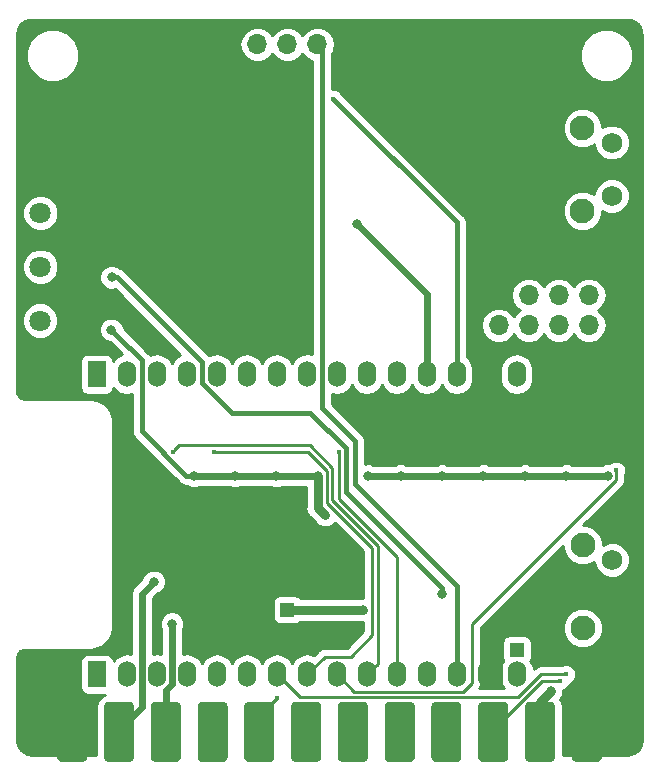
<source format=gtl>
G04 #@! TF.GenerationSoftware,KiCad,Pcbnew,5.0.2+dfsg1-1*
G04 #@! TF.CreationDate,2021-03-27T14:43:42+01:00*
G04 #@! TF.ProjectId,WiC64_Plugin,57694336-345f-4506-9c75-67696e2e6b69,v0.6*
G04 #@! TF.SameCoordinates,Original*
G04 #@! TF.FileFunction,Copper,L1,Top*
G04 #@! TF.FilePolarity,Positive*
%FSLAX46Y46*%
G04 Gerber Fmt 4.6, Leading zero omitted, Abs format (unit mm)*
G04 Created by KiCad (PCBNEW 5.0.2+dfsg1-1) date Sa 27 Mär 2021 14:43:42 CET*
%MOMM*%
%LPD*%
G01*
G04 APERTURE LIST*
G04 #@! TA.AperFunction,ComponentPad*
%ADD10R,1.800000X1.800000*%
G04 #@! TD*
G04 #@! TA.AperFunction,ComponentPad*
%ADD11C,1.800000*%
G04 #@! TD*
G04 #@! TA.AperFunction,Conductor*
%ADD12C,0.100000*%
G04 #@! TD*
G04 #@! TA.AperFunction,SMDPad,CuDef*
%ADD13C,2.540000*%
G04 #@! TD*
G04 #@! TA.AperFunction,ComponentPad*
%ADD14C,1.200000*%
G04 #@! TD*
G04 #@! TA.AperFunction,ComponentPad*
%ADD15R,1.200000X1.200000*%
G04 #@! TD*
G04 #@! TA.AperFunction,ComponentPad*
%ADD16C,2.100000*%
G04 #@! TD*
G04 #@! TA.AperFunction,ComponentPad*
%ADD17C,1.750000*%
G04 #@! TD*
G04 #@! TA.AperFunction,ComponentPad*
%ADD18R,1.700000X1.700000*%
G04 #@! TD*
G04 #@! TA.AperFunction,ComponentPad*
%ADD19O,1.700000X1.700000*%
G04 #@! TD*
G04 #@! TA.AperFunction,ComponentPad*
%ADD20R,1.524000X2.199640*%
G04 #@! TD*
G04 #@! TA.AperFunction,ComponentPad*
%ADD21O,1.524000X2.199640*%
G04 #@! TD*
G04 #@! TA.AperFunction,ViaPad*
%ADD22C,0.800000*%
G04 #@! TD*
G04 #@! TA.AperFunction,ViaPad*
%ADD23C,0.400000*%
G04 #@! TD*
G04 #@! TA.AperFunction,Conductor*
%ADD24C,0.600000*%
G04 #@! TD*
G04 #@! TA.AperFunction,Conductor*
%ADD25C,0.800000*%
G04 #@! TD*
G04 #@! TA.AperFunction,Conductor*
%ADD26C,0.400000*%
G04 #@! TD*
G04 #@! TA.AperFunction,Conductor*
%ADD27C,0.250000*%
G04 #@! TD*
G04 #@! TA.AperFunction,Conductor*
%ADD28C,0.254000*%
G04 #@! TD*
G04 APERTURE END LIST*
D10*
G04 #@! TO.P,D2,1*
G04 #@! TO.N,GND*
X127406400Y-97840800D03*
D11*
G04 #@! TO.P,D2,2*
G04 #@! TO.N,Net-(D2-Pad2)*
X124866400Y-97840800D03*
G04 #@! TD*
G04 #@! TO.P,D1,2*
G04 #@! TO.N,Net-(D1-Pad2)*
X124841000Y-102387400D03*
D10*
G04 #@! TO.P,D1,1*
G04 #@! TO.N,GND*
X127381000Y-102387400D03*
G04 #@! TD*
D12*
G04 #@! TO.N,GND*
G04 #@! TO.C,CN1*
G36*
X172057145Y-134672635D02*
X172094129Y-134678121D01*
X172130398Y-134687206D01*
X172165602Y-134699802D01*
X172199402Y-134715788D01*
X172231472Y-134735010D01*
X172261504Y-134757283D01*
X172289208Y-134782392D01*
X172314317Y-134810096D01*
X172336590Y-134840128D01*
X172355812Y-134872198D01*
X172371798Y-134905998D01*
X172384394Y-134941202D01*
X172393479Y-134977471D01*
X172398965Y-135014455D01*
X172400800Y-135051800D01*
X172400800Y-139369800D01*
X172398965Y-139407145D01*
X172393479Y-139444129D01*
X172384394Y-139480398D01*
X172371798Y-139515602D01*
X172355812Y-139549402D01*
X172336590Y-139581472D01*
X172314317Y-139611504D01*
X172289208Y-139639208D01*
X172261504Y-139664317D01*
X172231472Y-139686590D01*
X172199402Y-139705812D01*
X172165602Y-139721798D01*
X172130398Y-139734394D01*
X172094129Y-139743479D01*
X172057145Y-139748965D01*
X172019800Y-139750800D01*
X170241800Y-139750800D01*
X170204455Y-139748965D01*
X170167471Y-139743479D01*
X170131202Y-139734394D01*
X170095998Y-139721798D01*
X170062198Y-139705812D01*
X170030128Y-139686590D01*
X170000096Y-139664317D01*
X169972392Y-139639208D01*
X169947283Y-139611504D01*
X169925010Y-139581472D01*
X169905788Y-139549402D01*
X169889802Y-139515602D01*
X169877206Y-139480398D01*
X169868121Y-139444129D01*
X169862635Y-139407145D01*
X169860800Y-139369800D01*
X169860800Y-135051800D01*
X169862635Y-135014455D01*
X169868121Y-134977471D01*
X169877206Y-134941202D01*
X169889802Y-134905998D01*
X169905788Y-134872198D01*
X169925010Y-134840128D01*
X169947283Y-134810096D01*
X169972392Y-134782392D01*
X170000096Y-134757283D01*
X170030128Y-134735010D01*
X170062198Y-134715788D01*
X170095998Y-134699802D01*
X170131202Y-134687206D01*
X170167471Y-134678121D01*
X170204455Y-134672635D01*
X170241800Y-134670800D01*
X172019800Y-134670800D01*
X172057145Y-134672635D01*
X172057145Y-134672635D01*
G37*
D13*
G04 #@! TD*
G04 #@! TO.P,CN1,1*
G04 #@! TO.N,GND*
X171130800Y-137210800D03*
D12*
G04 #@! TO.N,+5V*
G04 #@! TO.C,CN1*
G36*
X168097145Y-134672635D02*
X168134129Y-134678121D01*
X168170398Y-134687206D01*
X168205602Y-134699802D01*
X168239402Y-134715788D01*
X168271472Y-134735010D01*
X168301504Y-134757283D01*
X168329208Y-134782392D01*
X168354317Y-134810096D01*
X168376590Y-134840128D01*
X168395812Y-134872198D01*
X168411798Y-134905998D01*
X168424394Y-134941202D01*
X168433479Y-134977471D01*
X168438965Y-135014455D01*
X168440800Y-135051800D01*
X168440800Y-139369800D01*
X168438965Y-139407145D01*
X168433479Y-139444129D01*
X168424394Y-139480398D01*
X168411798Y-139515602D01*
X168395812Y-139549402D01*
X168376590Y-139581472D01*
X168354317Y-139611504D01*
X168329208Y-139639208D01*
X168301504Y-139664317D01*
X168271472Y-139686590D01*
X168239402Y-139705812D01*
X168205602Y-139721798D01*
X168170398Y-139734394D01*
X168134129Y-139743479D01*
X168097145Y-139748965D01*
X168059800Y-139750800D01*
X166281800Y-139750800D01*
X166244455Y-139748965D01*
X166207471Y-139743479D01*
X166171202Y-139734394D01*
X166135998Y-139721798D01*
X166102198Y-139705812D01*
X166070128Y-139686590D01*
X166040096Y-139664317D01*
X166012392Y-139639208D01*
X165987283Y-139611504D01*
X165965010Y-139581472D01*
X165945788Y-139549402D01*
X165929802Y-139515602D01*
X165917206Y-139480398D01*
X165908121Y-139444129D01*
X165902635Y-139407145D01*
X165900800Y-139369800D01*
X165900800Y-135051800D01*
X165902635Y-135014455D01*
X165908121Y-134977471D01*
X165917206Y-134941202D01*
X165929802Y-134905998D01*
X165945788Y-134872198D01*
X165965010Y-134840128D01*
X165987283Y-134810096D01*
X166012392Y-134782392D01*
X166040096Y-134757283D01*
X166070128Y-134735010D01*
X166102198Y-134715788D01*
X166135998Y-134699802D01*
X166171202Y-134687206D01*
X166207471Y-134678121D01*
X166244455Y-134672635D01*
X166281800Y-134670800D01*
X168059800Y-134670800D01*
X168097145Y-134672635D01*
X168097145Y-134672635D01*
G37*
D13*
G04 #@! TD*
G04 #@! TO.P,CN1,2*
G04 #@! TO.N,+5V*
X167170800Y-137210800D03*
D12*
G04 #@! TO.N,Net-(CN1-Pad3)*
G04 #@! TO.C,CN1*
G36*
X164137145Y-134672635D02*
X164174129Y-134678121D01*
X164210398Y-134687206D01*
X164245602Y-134699802D01*
X164279402Y-134715788D01*
X164311472Y-134735010D01*
X164341504Y-134757283D01*
X164369208Y-134782392D01*
X164394317Y-134810096D01*
X164416590Y-134840128D01*
X164435812Y-134872198D01*
X164451798Y-134905998D01*
X164464394Y-134941202D01*
X164473479Y-134977471D01*
X164478965Y-135014455D01*
X164480800Y-135051800D01*
X164480800Y-139369800D01*
X164478965Y-139407145D01*
X164473479Y-139444129D01*
X164464394Y-139480398D01*
X164451798Y-139515602D01*
X164435812Y-139549402D01*
X164416590Y-139581472D01*
X164394317Y-139611504D01*
X164369208Y-139639208D01*
X164341504Y-139664317D01*
X164311472Y-139686590D01*
X164279402Y-139705812D01*
X164245602Y-139721798D01*
X164210398Y-139734394D01*
X164174129Y-139743479D01*
X164137145Y-139748965D01*
X164099800Y-139750800D01*
X162321800Y-139750800D01*
X162284455Y-139748965D01*
X162247471Y-139743479D01*
X162211202Y-139734394D01*
X162175998Y-139721798D01*
X162142198Y-139705812D01*
X162110128Y-139686590D01*
X162080096Y-139664317D01*
X162052392Y-139639208D01*
X162027283Y-139611504D01*
X162005010Y-139581472D01*
X161985788Y-139549402D01*
X161969802Y-139515602D01*
X161957206Y-139480398D01*
X161948121Y-139444129D01*
X161942635Y-139407145D01*
X161940800Y-139369800D01*
X161940800Y-135051800D01*
X161942635Y-135014455D01*
X161948121Y-134977471D01*
X161957206Y-134941202D01*
X161969802Y-134905998D01*
X161985788Y-134872198D01*
X162005010Y-134840128D01*
X162027283Y-134810096D01*
X162052392Y-134782392D01*
X162080096Y-134757283D01*
X162110128Y-134735010D01*
X162142198Y-134715788D01*
X162175998Y-134699802D01*
X162211202Y-134687206D01*
X162247471Y-134678121D01*
X162284455Y-134672635D01*
X162321800Y-134670800D01*
X164099800Y-134670800D01*
X164137145Y-134672635D01*
X164137145Y-134672635D01*
G37*
D13*
G04 #@! TD*
G04 #@! TO.P,CN1,3*
G04 #@! TO.N,Net-(CN1-Pad3)*
X163210800Y-137210800D03*
D12*
G04 #@! TO.N,N/C*
G04 #@! TO.C,CN1*
G36*
X160177145Y-134672635D02*
X160214129Y-134678121D01*
X160250398Y-134687206D01*
X160285602Y-134699802D01*
X160319402Y-134715788D01*
X160351472Y-134735010D01*
X160381504Y-134757283D01*
X160409208Y-134782392D01*
X160434317Y-134810096D01*
X160456590Y-134840128D01*
X160475812Y-134872198D01*
X160491798Y-134905998D01*
X160504394Y-134941202D01*
X160513479Y-134977471D01*
X160518965Y-135014455D01*
X160520800Y-135051800D01*
X160520800Y-139369800D01*
X160518965Y-139407145D01*
X160513479Y-139444129D01*
X160504394Y-139480398D01*
X160491798Y-139515602D01*
X160475812Y-139549402D01*
X160456590Y-139581472D01*
X160434317Y-139611504D01*
X160409208Y-139639208D01*
X160381504Y-139664317D01*
X160351472Y-139686590D01*
X160319402Y-139705812D01*
X160285602Y-139721798D01*
X160250398Y-139734394D01*
X160214129Y-139743479D01*
X160177145Y-139748965D01*
X160139800Y-139750800D01*
X158361800Y-139750800D01*
X158324455Y-139748965D01*
X158287471Y-139743479D01*
X158251202Y-139734394D01*
X158215998Y-139721798D01*
X158182198Y-139705812D01*
X158150128Y-139686590D01*
X158120096Y-139664317D01*
X158092392Y-139639208D01*
X158067283Y-139611504D01*
X158045010Y-139581472D01*
X158025788Y-139549402D01*
X158009802Y-139515602D01*
X157997206Y-139480398D01*
X157988121Y-139444129D01*
X157982635Y-139407145D01*
X157980800Y-139369800D01*
X157980800Y-135051800D01*
X157982635Y-135014455D01*
X157988121Y-134977471D01*
X157997206Y-134941202D01*
X158009802Y-134905998D01*
X158025788Y-134872198D01*
X158045010Y-134840128D01*
X158067283Y-134810096D01*
X158092392Y-134782392D01*
X158120096Y-134757283D01*
X158150128Y-134735010D01*
X158182198Y-134715788D01*
X158215998Y-134699802D01*
X158251202Y-134687206D01*
X158287471Y-134678121D01*
X158324455Y-134672635D01*
X158361800Y-134670800D01*
X160139800Y-134670800D01*
X160177145Y-134672635D01*
X160177145Y-134672635D01*
G37*
D13*
G04 #@! TD*
G04 #@! TO.P,CN1,4*
G04 #@! TO.N,N/C*
X159250800Y-137210800D03*
D12*
G04 #@! TO.N,N/C*
G04 #@! TO.C,CN1*
G36*
X156217145Y-134672635D02*
X156254129Y-134678121D01*
X156290398Y-134687206D01*
X156325602Y-134699802D01*
X156359402Y-134715788D01*
X156391472Y-134735010D01*
X156421504Y-134757283D01*
X156449208Y-134782392D01*
X156474317Y-134810096D01*
X156496590Y-134840128D01*
X156515812Y-134872198D01*
X156531798Y-134905998D01*
X156544394Y-134941202D01*
X156553479Y-134977471D01*
X156558965Y-135014455D01*
X156560800Y-135051800D01*
X156560800Y-139369800D01*
X156558965Y-139407145D01*
X156553479Y-139444129D01*
X156544394Y-139480398D01*
X156531798Y-139515602D01*
X156515812Y-139549402D01*
X156496590Y-139581472D01*
X156474317Y-139611504D01*
X156449208Y-139639208D01*
X156421504Y-139664317D01*
X156391472Y-139686590D01*
X156359402Y-139705812D01*
X156325602Y-139721798D01*
X156290398Y-139734394D01*
X156254129Y-139743479D01*
X156217145Y-139748965D01*
X156179800Y-139750800D01*
X154401800Y-139750800D01*
X154364455Y-139748965D01*
X154327471Y-139743479D01*
X154291202Y-139734394D01*
X154255998Y-139721798D01*
X154222198Y-139705812D01*
X154190128Y-139686590D01*
X154160096Y-139664317D01*
X154132392Y-139639208D01*
X154107283Y-139611504D01*
X154085010Y-139581472D01*
X154065788Y-139549402D01*
X154049802Y-139515602D01*
X154037206Y-139480398D01*
X154028121Y-139444129D01*
X154022635Y-139407145D01*
X154020800Y-139369800D01*
X154020800Y-135051800D01*
X154022635Y-135014455D01*
X154028121Y-134977471D01*
X154037206Y-134941202D01*
X154049802Y-134905998D01*
X154065788Y-134872198D01*
X154085010Y-134840128D01*
X154107283Y-134810096D01*
X154132392Y-134782392D01*
X154160096Y-134757283D01*
X154190128Y-134735010D01*
X154222198Y-134715788D01*
X154255998Y-134699802D01*
X154291202Y-134687206D01*
X154327471Y-134678121D01*
X154364455Y-134672635D01*
X154401800Y-134670800D01*
X156179800Y-134670800D01*
X156217145Y-134672635D01*
X156217145Y-134672635D01*
G37*
D13*
G04 #@! TD*
G04 #@! TO.P,CN1,5*
G04 #@! TO.N,N/C*
X155290800Y-137210800D03*
D12*
G04 #@! TO.N,N/C*
G04 #@! TO.C,CN1*
G36*
X152257145Y-134672635D02*
X152294129Y-134678121D01*
X152330398Y-134687206D01*
X152365602Y-134699802D01*
X152399402Y-134715788D01*
X152431472Y-134735010D01*
X152461504Y-134757283D01*
X152489208Y-134782392D01*
X152514317Y-134810096D01*
X152536590Y-134840128D01*
X152555812Y-134872198D01*
X152571798Y-134905998D01*
X152584394Y-134941202D01*
X152593479Y-134977471D01*
X152598965Y-135014455D01*
X152600800Y-135051800D01*
X152600800Y-139369800D01*
X152598965Y-139407145D01*
X152593479Y-139444129D01*
X152584394Y-139480398D01*
X152571798Y-139515602D01*
X152555812Y-139549402D01*
X152536590Y-139581472D01*
X152514317Y-139611504D01*
X152489208Y-139639208D01*
X152461504Y-139664317D01*
X152431472Y-139686590D01*
X152399402Y-139705812D01*
X152365602Y-139721798D01*
X152330398Y-139734394D01*
X152294129Y-139743479D01*
X152257145Y-139748965D01*
X152219800Y-139750800D01*
X150441800Y-139750800D01*
X150404455Y-139748965D01*
X150367471Y-139743479D01*
X150331202Y-139734394D01*
X150295998Y-139721798D01*
X150262198Y-139705812D01*
X150230128Y-139686590D01*
X150200096Y-139664317D01*
X150172392Y-139639208D01*
X150147283Y-139611504D01*
X150125010Y-139581472D01*
X150105788Y-139549402D01*
X150089802Y-139515602D01*
X150077206Y-139480398D01*
X150068121Y-139444129D01*
X150062635Y-139407145D01*
X150060800Y-139369800D01*
X150060800Y-135051800D01*
X150062635Y-135014455D01*
X150068121Y-134977471D01*
X150077206Y-134941202D01*
X150089802Y-134905998D01*
X150105788Y-134872198D01*
X150125010Y-134840128D01*
X150147283Y-134810096D01*
X150172392Y-134782392D01*
X150200096Y-134757283D01*
X150230128Y-134735010D01*
X150262198Y-134715788D01*
X150295998Y-134699802D01*
X150331202Y-134687206D01*
X150367471Y-134678121D01*
X150404455Y-134672635D01*
X150441800Y-134670800D01*
X152219800Y-134670800D01*
X152257145Y-134672635D01*
X152257145Y-134672635D01*
G37*
D13*
G04 #@! TD*
G04 #@! TO.P,CN1,6*
G04 #@! TO.N,N/C*
X151330800Y-137210800D03*
D12*
G04 #@! TO.N,N/C*
G04 #@! TO.C,CN1*
G36*
X148297145Y-134672635D02*
X148334129Y-134678121D01*
X148370398Y-134687206D01*
X148405602Y-134699802D01*
X148439402Y-134715788D01*
X148471472Y-134735010D01*
X148501504Y-134757283D01*
X148529208Y-134782392D01*
X148554317Y-134810096D01*
X148576590Y-134840128D01*
X148595812Y-134872198D01*
X148611798Y-134905998D01*
X148624394Y-134941202D01*
X148633479Y-134977471D01*
X148638965Y-135014455D01*
X148640800Y-135051800D01*
X148640800Y-139369800D01*
X148638965Y-139407145D01*
X148633479Y-139444129D01*
X148624394Y-139480398D01*
X148611798Y-139515602D01*
X148595812Y-139549402D01*
X148576590Y-139581472D01*
X148554317Y-139611504D01*
X148529208Y-139639208D01*
X148501504Y-139664317D01*
X148471472Y-139686590D01*
X148439402Y-139705812D01*
X148405602Y-139721798D01*
X148370398Y-139734394D01*
X148334129Y-139743479D01*
X148297145Y-139748965D01*
X148259800Y-139750800D01*
X146481800Y-139750800D01*
X146444455Y-139748965D01*
X146407471Y-139743479D01*
X146371202Y-139734394D01*
X146335998Y-139721798D01*
X146302198Y-139705812D01*
X146270128Y-139686590D01*
X146240096Y-139664317D01*
X146212392Y-139639208D01*
X146187283Y-139611504D01*
X146165010Y-139581472D01*
X146145788Y-139549402D01*
X146129802Y-139515602D01*
X146117206Y-139480398D01*
X146108121Y-139444129D01*
X146102635Y-139407145D01*
X146100800Y-139369800D01*
X146100800Y-135051800D01*
X146102635Y-135014455D01*
X146108121Y-134977471D01*
X146117206Y-134941202D01*
X146129802Y-134905998D01*
X146145788Y-134872198D01*
X146165010Y-134840128D01*
X146187283Y-134810096D01*
X146212392Y-134782392D01*
X146240096Y-134757283D01*
X146270128Y-134735010D01*
X146302198Y-134715788D01*
X146335998Y-134699802D01*
X146371202Y-134687206D01*
X146407471Y-134678121D01*
X146444455Y-134672635D01*
X146481800Y-134670800D01*
X148259800Y-134670800D01*
X148297145Y-134672635D01*
X148297145Y-134672635D01*
G37*
D13*
G04 #@! TD*
G04 #@! TO.P,CN1,7*
G04 #@! TO.N,N/C*
X147370800Y-137210800D03*
D12*
G04 #@! TO.N,/PC2*
G04 #@! TO.C,CN1*
G36*
X144337145Y-134672635D02*
X144374129Y-134678121D01*
X144410398Y-134687206D01*
X144445602Y-134699802D01*
X144479402Y-134715788D01*
X144511472Y-134735010D01*
X144541504Y-134757283D01*
X144569208Y-134782392D01*
X144594317Y-134810096D01*
X144616590Y-134840128D01*
X144635812Y-134872198D01*
X144651798Y-134905998D01*
X144664394Y-134941202D01*
X144673479Y-134977471D01*
X144678965Y-135014455D01*
X144680800Y-135051800D01*
X144680800Y-139369800D01*
X144678965Y-139407145D01*
X144673479Y-139444129D01*
X144664394Y-139480398D01*
X144651798Y-139515602D01*
X144635812Y-139549402D01*
X144616590Y-139581472D01*
X144594317Y-139611504D01*
X144569208Y-139639208D01*
X144541504Y-139664317D01*
X144511472Y-139686590D01*
X144479402Y-139705812D01*
X144445602Y-139721798D01*
X144410398Y-139734394D01*
X144374129Y-139743479D01*
X144337145Y-139748965D01*
X144299800Y-139750800D01*
X142521800Y-139750800D01*
X142484455Y-139748965D01*
X142447471Y-139743479D01*
X142411202Y-139734394D01*
X142375998Y-139721798D01*
X142342198Y-139705812D01*
X142310128Y-139686590D01*
X142280096Y-139664317D01*
X142252392Y-139639208D01*
X142227283Y-139611504D01*
X142205010Y-139581472D01*
X142185788Y-139549402D01*
X142169802Y-139515602D01*
X142157206Y-139480398D01*
X142148121Y-139444129D01*
X142142635Y-139407145D01*
X142140800Y-139369800D01*
X142140800Y-135051800D01*
X142142635Y-135014455D01*
X142148121Y-134977471D01*
X142157206Y-134941202D01*
X142169802Y-134905998D01*
X142185788Y-134872198D01*
X142205010Y-134840128D01*
X142227283Y-134810096D01*
X142252392Y-134782392D01*
X142280096Y-134757283D01*
X142310128Y-134735010D01*
X142342198Y-134715788D01*
X142375998Y-134699802D01*
X142411202Y-134687206D01*
X142447471Y-134678121D01*
X142484455Y-134672635D01*
X142521800Y-134670800D01*
X144299800Y-134670800D01*
X144337145Y-134672635D01*
X144337145Y-134672635D01*
G37*
D13*
G04 #@! TD*
G04 #@! TO.P,CN1,8*
G04 #@! TO.N,/PC2*
X143410800Y-137210800D03*
D12*
G04 #@! TO.N,N/C*
G04 #@! TO.C,CN1*
G36*
X140377145Y-134672635D02*
X140414129Y-134678121D01*
X140450398Y-134687206D01*
X140485602Y-134699802D01*
X140519402Y-134715788D01*
X140551472Y-134735010D01*
X140581504Y-134757283D01*
X140609208Y-134782392D01*
X140634317Y-134810096D01*
X140656590Y-134840128D01*
X140675812Y-134872198D01*
X140691798Y-134905998D01*
X140704394Y-134941202D01*
X140713479Y-134977471D01*
X140718965Y-135014455D01*
X140720800Y-135051800D01*
X140720800Y-139369800D01*
X140718965Y-139407145D01*
X140713479Y-139444129D01*
X140704394Y-139480398D01*
X140691798Y-139515602D01*
X140675812Y-139549402D01*
X140656590Y-139581472D01*
X140634317Y-139611504D01*
X140609208Y-139639208D01*
X140581504Y-139664317D01*
X140551472Y-139686590D01*
X140519402Y-139705812D01*
X140485602Y-139721798D01*
X140450398Y-139734394D01*
X140414129Y-139743479D01*
X140377145Y-139748965D01*
X140339800Y-139750800D01*
X138561800Y-139750800D01*
X138524455Y-139748965D01*
X138487471Y-139743479D01*
X138451202Y-139734394D01*
X138415998Y-139721798D01*
X138382198Y-139705812D01*
X138350128Y-139686590D01*
X138320096Y-139664317D01*
X138292392Y-139639208D01*
X138267283Y-139611504D01*
X138245010Y-139581472D01*
X138225788Y-139549402D01*
X138209802Y-139515602D01*
X138197206Y-139480398D01*
X138188121Y-139444129D01*
X138182635Y-139407145D01*
X138180800Y-139369800D01*
X138180800Y-135051800D01*
X138182635Y-135014455D01*
X138188121Y-134977471D01*
X138197206Y-134941202D01*
X138209802Y-134905998D01*
X138225788Y-134872198D01*
X138245010Y-134840128D01*
X138267283Y-134810096D01*
X138292392Y-134782392D01*
X138320096Y-134757283D01*
X138350128Y-134735010D01*
X138382198Y-134715788D01*
X138415998Y-134699802D01*
X138451202Y-134687206D01*
X138487471Y-134678121D01*
X138524455Y-134672635D01*
X138561800Y-134670800D01*
X140339800Y-134670800D01*
X140377145Y-134672635D01*
X140377145Y-134672635D01*
G37*
D13*
G04 #@! TD*
G04 #@! TO.P,CN1,9*
G04 #@! TO.N,N/C*
X139450800Y-137210800D03*
D12*
G04 #@! TO.N,Net-(CN1-Pad10)*
G04 #@! TO.C,CN1*
G36*
X136417145Y-134672635D02*
X136454129Y-134678121D01*
X136490398Y-134687206D01*
X136525602Y-134699802D01*
X136559402Y-134715788D01*
X136591472Y-134735010D01*
X136621504Y-134757283D01*
X136649208Y-134782392D01*
X136674317Y-134810096D01*
X136696590Y-134840128D01*
X136715812Y-134872198D01*
X136731798Y-134905998D01*
X136744394Y-134941202D01*
X136753479Y-134977471D01*
X136758965Y-135014455D01*
X136760800Y-135051800D01*
X136760800Y-139369800D01*
X136758965Y-139407145D01*
X136753479Y-139444129D01*
X136744394Y-139480398D01*
X136731798Y-139515602D01*
X136715812Y-139549402D01*
X136696590Y-139581472D01*
X136674317Y-139611504D01*
X136649208Y-139639208D01*
X136621504Y-139664317D01*
X136591472Y-139686590D01*
X136559402Y-139705812D01*
X136525602Y-139721798D01*
X136490398Y-139734394D01*
X136454129Y-139743479D01*
X136417145Y-139748965D01*
X136379800Y-139750800D01*
X134601800Y-139750800D01*
X134564455Y-139748965D01*
X134527471Y-139743479D01*
X134491202Y-139734394D01*
X134455998Y-139721798D01*
X134422198Y-139705812D01*
X134390128Y-139686590D01*
X134360096Y-139664317D01*
X134332392Y-139639208D01*
X134307283Y-139611504D01*
X134285010Y-139581472D01*
X134265788Y-139549402D01*
X134249802Y-139515602D01*
X134237206Y-139480398D01*
X134228121Y-139444129D01*
X134222635Y-139407145D01*
X134220800Y-139369800D01*
X134220800Y-135051800D01*
X134222635Y-135014455D01*
X134228121Y-134977471D01*
X134237206Y-134941202D01*
X134249802Y-134905998D01*
X134265788Y-134872198D01*
X134285010Y-134840128D01*
X134307283Y-134810096D01*
X134332392Y-134782392D01*
X134360096Y-134757283D01*
X134390128Y-134735010D01*
X134422198Y-134715788D01*
X134455998Y-134699802D01*
X134491202Y-134687206D01*
X134527471Y-134678121D01*
X134564455Y-134672635D01*
X134601800Y-134670800D01*
X136379800Y-134670800D01*
X136417145Y-134672635D01*
X136417145Y-134672635D01*
G37*
D13*
G04 #@! TD*
G04 #@! TO.P,CN1,10*
G04 #@! TO.N,Net-(CN1-Pad10)*
X135490800Y-137210800D03*
D12*
G04 #@! TO.N,Net-(CN1-Pad11)*
G04 #@! TO.C,CN1*
G36*
X132457145Y-134672635D02*
X132494129Y-134678121D01*
X132530398Y-134687206D01*
X132565602Y-134699802D01*
X132599402Y-134715788D01*
X132631472Y-134735010D01*
X132661504Y-134757283D01*
X132689208Y-134782392D01*
X132714317Y-134810096D01*
X132736590Y-134840128D01*
X132755812Y-134872198D01*
X132771798Y-134905998D01*
X132784394Y-134941202D01*
X132793479Y-134977471D01*
X132798965Y-135014455D01*
X132800800Y-135051800D01*
X132800800Y-139369800D01*
X132798965Y-139407145D01*
X132793479Y-139444129D01*
X132784394Y-139480398D01*
X132771798Y-139515602D01*
X132755812Y-139549402D01*
X132736590Y-139581472D01*
X132714317Y-139611504D01*
X132689208Y-139639208D01*
X132661504Y-139664317D01*
X132631472Y-139686590D01*
X132599402Y-139705812D01*
X132565602Y-139721798D01*
X132530398Y-139734394D01*
X132494129Y-139743479D01*
X132457145Y-139748965D01*
X132419800Y-139750800D01*
X130641800Y-139750800D01*
X130604455Y-139748965D01*
X130567471Y-139743479D01*
X130531202Y-139734394D01*
X130495998Y-139721798D01*
X130462198Y-139705812D01*
X130430128Y-139686590D01*
X130400096Y-139664317D01*
X130372392Y-139639208D01*
X130347283Y-139611504D01*
X130325010Y-139581472D01*
X130305788Y-139549402D01*
X130289802Y-139515602D01*
X130277206Y-139480398D01*
X130268121Y-139444129D01*
X130262635Y-139407145D01*
X130260800Y-139369800D01*
X130260800Y-135051800D01*
X130262635Y-135014455D01*
X130268121Y-134977471D01*
X130277206Y-134941202D01*
X130289802Y-134905998D01*
X130305788Y-134872198D01*
X130325010Y-134840128D01*
X130347283Y-134810096D01*
X130372392Y-134782392D01*
X130400096Y-134757283D01*
X130430128Y-134735010D01*
X130462198Y-134715788D01*
X130495998Y-134699802D01*
X130531202Y-134687206D01*
X130567471Y-134678121D01*
X130604455Y-134672635D01*
X130641800Y-134670800D01*
X132419800Y-134670800D01*
X132457145Y-134672635D01*
X132457145Y-134672635D01*
G37*
D13*
G04 #@! TD*
G04 #@! TO.P,CN1,11*
G04 #@! TO.N,Net-(CN1-Pad11)*
X131530800Y-137210800D03*
D12*
G04 #@! TO.N,GND*
G04 #@! TO.C,CN1*
G36*
X128497145Y-134672635D02*
X128534129Y-134678121D01*
X128570398Y-134687206D01*
X128605602Y-134699802D01*
X128639402Y-134715788D01*
X128671472Y-134735010D01*
X128701504Y-134757283D01*
X128729208Y-134782392D01*
X128754317Y-134810096D01*
X128776590Y-134840128D01*
X128795812Y-134872198D01*
X128811798Y-134905998D01*
X128824394Y-134941202D01*
X128833479Y-134977471D01*
X128838965Y-135014455D01*
X128840800Y-135051800D01*
X128840800Y-139369800D01*
X128838965Y-139407145D01*
X128833479Y-139444129D01*
X128824394Y-139480398D01*
X128811798Y-139515602D01*
X128795812Y-139549402D01*
X128776590Y-139581472D01*
X128754317Y-139611504D01*
X128729208Y-139639208D01*
X128701504Y-139664317D01*
X128671472Y-139686590D01*
X128639402Y-139705812D01*
X128605602Y-139721798D01*
X128570398Y-139734394D01*
X128534129Y-139743479D01*
X128497145Y-139748965D01*
X128459800Y-139750800D01*
X126681800Y-139750800D01*
X126644455Y-139748965D01*
X126607471Y-139743479D01*
X126571202Y-139734394D01*
X126535998Y-139721798D01*
X126502198Y-139705812D01*
X126470128Y-139686590D01*
X126440096Y-139664317D01*
X126412392Y-139639208D01*
X126387283Y-139611504D01*
X126365010Y-139581472D01*
X126345788Y-139549402D01*
X126329802Y-139515602D01*
X126317206Y-139480398D01*
X126308121Y-139444129D01*
X126302635Y-139407145D01*
X126300800Y-139369800D01*
X126300800Y-135051800D01*
X126302635Y-135014455D01*
X126308121Y-134977471D01*
X126317206Y-134941202D01*
X126329802Y-134905998D01*
X126345788Y-134872198D01*
X126365010Y-134840128D01*
X126387283Y-134810096D01*
X126412392Y-134782392D01*
X126440096Y-134757283D01*
X126470128Y-134735010D01*
X126502198Y-134715788D01*
X126535998Y-134699802D01*
X126571202Y-134687206D01*
X126607471Y-134678121D01*
X126644455Y-134672635D01*
X126681800Y-134670800D01*
X128459800Y-134670800D01*
X128497145Y-134672635D01*
X128497145Y-134672635D01*
G37*
D13*
G04 #@! TD*
G04 #@! TO.P,CN1,12*
G04 #@! TO.N,GND*
X127570800Y-137210800D03*
D14*
G04 #@! TO.P,C1,2*
G04 #@! TO.N,GND*
X145789800Y-124378400D03*
D15*
G04 #@! TO.P,C1,1*
G04 #@! TO.N,Net-(C1-Pad1)*
X145789800Y-126878400D03*
G04 #@! TD*
D14*
G04 #@! TO.P,C2,2*
G04 #@! TO.N,GND*
X162707000Y-130282800D03*
D15*
G04 #@! TO.P,C2,1*
G04 #@! TO.N,/C2C*
X165207000Y-130282800D03*
G04 #@! TD*
D16*
G04 #@! TO.P,SW1,*
G04 #@! TO.N,*
X170788800Y-128416600D03*
D17*
G04 #@! TO.P,SW1,2*
G04 #@! TO.N,GND*
X173278800Y-127156600D03*
G04 #@! TO.P,SW1,1*
G04 #@! TO.N,Net-(CN1-Pad3)*
X173278800Y-122656600D03*
D16*
G04 #@! TO.P,SW1,*
G04 #@! TO.N,*
X170788800Y-121406600D03*
G04 #@! TD*
G04 #@! TO.P,SW2,*
G04 #@! TO.N,*
X170763400Y-93085200D03*
D17*
G04 #@! TO.P,SW2,2*
G04 #@! TO.N,+3V3*
X173253400Y-91825200D03*
G04 #@! TO.P,SW2,1*
G04 #@! TO.N,/SW2C*
X173253400Y-87325200D03*
D16*
G04 #@! TO.P,SW2,*
G04 #@! TO.N,*
X170763400Y-86075200D03*
G04 #@! TD*
D10*
G04 #@! TO.P,D5,1*
G04 #@! TO.N,GND*
X127406400Y-93294200D03*
D11*
G04 #@! TO.P,D5,2*
G04 #@! TO.N,Net-(D5-Pad2)*
X124866400Y-93294200D03*
G04 #@! TD*
D18*
G04 #@! TO.P,XBrd1,1*
G04 #@! TO.N,GND*
X140702800Y-79011200D03*
D19*
G04 #@! TO.P,XBrd1,2*
G04 #@! TO.N,+3V3*
X143242800Y-79011200D03*
G04 #@! TO.P,XBrd1,3*
G04 #@! TO.N,/SCL*
X145782800Y-79011200D03*
G04 #@! TO.P,XBrd1,4*
G04 #@! TO.N,/SDA*
X148322800Y-79011200D03*
G04 #@! TD*
D18*
G04 #@! TO.P,XU2,1*
G04 #@! TO.N,GND*
X163677600Y-100253800D03*
D19*
G04 #@! TO.P,XU2,2*
G04 #@! TO.N,/JP1C*
X163677600Y-102793800D03*
G04 #@! TO.P,XU2,3*
G04 #@! TO.N,N/C*
X166217600Y-100253800D03*
G04 #@! TO.P,XU2,4*
G04 #@! TO.N,+3V3*
X166217600Y-102793800D03*
G04 #@! TO.P,XU2,5*
G04 #@! TO.N,N/C*
X168757600Y-100253800D03*
G04 #@! TO.P,XU2,6*
G04 #@! TO.N,+3V3*
X168757600Y-102793800D03*
G04 #@! TO.P,XU2,7*
G04 #@! TO.N,/TX*
X171297600Y-100253800D03*
G04 #@! TO.P,XU2,8*
G04 #@! TO.N,+3V3*
X171297600Y-102793800D03*
G04 #@! TD*
D20*
G04 #@! TO.P,XU1-1,1*
G04 #@! TO.N,N/C*
X129667000Y-132334000D03*
D21*
G04 #@! TO.P,XU1-1,2*
X132207000Y-132334000D03*
G04 #@! TO.P,XU1-1,3*
X134747000Y-132334000D03*
G04 #@! TO.P,XU1-1,4*
X137287000Y-132334000D03*
G04 #@! TO.P,XU1-1,5*
X139827000Y-132334000D03*
G04 #@! TO.P,XU1-1,6*
X142367000Y-132334000D03*
G04 #@! TO.P,XU1-1,7*
G04 #@! TO.N,/SW2C*
X144907000Y-132334000D03*
G04 #@! TO.P,XU1-1,8*
G04 #@! TO.N,/IO25*
X147447000Y-132334000D03*
G04 #@! TO.P,XU1-1,9*
G04 #@! TO.N,/IO26*
X149987000Y-132334000D03*
G04 #@! TO.P,XU1-1,10*
G04 #@! TO.N,/IO27*
X152527000Y-132334000D03*
G04 #@! TO.P,XU1-1,11*
G04 #@! TO.N,/IO14*
X155067000Y-132334000D03*
G04 #@! TO.P,XU1-1,12*
G04 #@! TO.N,N/C*
X157607000Y-132334000D03*
G04 #@! TO.P,XU1-1,13*
G04 #@! TO.N,/SDA*
X160147000Y-132334000D03*
G04 #@! TO.P,XU1-1,14*
G04 #@! TO.N,GND*
X162687000Y-132334000D03*
G04 #@! TO.P,XU1-1,15*
G04 #@! TO.N,/C2C*
X165227000Y-132334000D03*
G04 #@! TD*
D20*
G04 #@! TO.P,XU1-2,1*
G04 #@! TO.N,/IO23*
X129641600Y-106934000D03*
D21*
G04 #@! TO.P,XU1-2,2*
G04 #@! TO.N,/IO22*
X132181600Y-106934000D03*
G04 #@! TO.P,XU1-2,3*
G04 #@! TO.N,/TX*
X134721600Y-106934000D03*
G04 #@! TO.P,XU1-2,4*
G04 #@! TO.N,/RX*
X137261600Y-106934000D03*
G04 #@! TO.P,XU1-2,5*
G04 #@! TO.N,/IO21*
X139801600Y-106934000D03*
G04 #@! TO.P,XU1-2,6*
G04 #@! TO.N,/IO19*
X142341600Y-106934000D03*
G04 #@! TO.P,XU1-2,7*
G04 #@! TO.N,/IO18*
X144881600Y-106934000D03*
G04 #@! TO.P,XU1-2,8*
G04 #@! TO.N,N/C*
X147421600Y-106934000D03*
G04 #@! TO.P,XU1-2,9*
G04 #@! TO.N,/IO17*
X149961600Y-106934000D03*
G04 #@! TO.P,XU1-2,10*
G04 #@! TO.N,/IO16*
X152501600Y-106934000D03*
G04 #@! TO.P,XU1-2,11*
G04 #@! TO.N,N/C*
X155041600Y-106934000D03*
G04 #@! TO.P,XU1-2,12*
G04 #@! TO.N,/IO2*
X157581600Y-106934000D03*
G04 #@! TO.P,XU1-2,13*
G04 #@! TO.N,/SCL*
X160121600Y-106934000D03*
G04 #@! TO.P,XU1-2,14*
G04 #@! TO.N,GND*
X162661600Y-106934000D03*
G04 #@! TO.P,XU1-2,15*
G04 #@! TO.N,+3V3*
X165201600Y-106934000D03*
G04 #@! TD*
D22*
G04 #@! TO.N,GND*
X133400800Y-115811300D03*
G04 #@! TO.N,+5V*
X141351000Y-115519200D03*
X144856200Y-115519200D03*
X148361400Y-115519200D03*
X155371800Y-115519200D03*
X158877000Y-115519200D03*
X162382200Y-115519200D03*
X165887400Y-115519200D03*
X169392600Y-115519200D03*
X172897800Y-115519200D03*
X137845800Y-115519200D03*
X168085600Y-133756400D03*
X130886200Y-103174800D03*
X148996403Y-118872003D03*
X152619134Y-115519200D03*
D23*
G04 #@! TO.N,Net-(CN1-Pad3)*
X168885600Y-132867400D03*
G04 #@! TO.N,/IO25*
X139598400Y-113487200D03*
G04 #@! TO.N,/IO27*
X136093200Y-113487200D03*
G04 #@! TO.N,/IO26*
X173622801Y-115080801D03*
G04 #@! TO.N,/IO14*
X150114000Y-113487200D03*
D22*
G04 #@! TO.N,Net-(C1-Pad1)*
X152171400Y-126878400D03*
D23*
G04 #@! TO.N,/PC2*
X144907000Y-134366000D03*
D22*
G04 #@! TO.N,Net-(CN1-Pad10)*
X136017000Y-128041400D03*
G04 #@! TO.N,Net-(CN1-Pad11)*
X134467600Y-124510800D03*
D23*
G04 #@! TO.N,/SCL*
X149656800Y-83591400D03*
D22*
G04 #@! TO.N,/IO2*
X151638000Y-94183200D03*
G04 #@! TO.N,/C2C*
X130911600Y-98729800D03*
X158851600Y-125577600D03*
D23*
G04 #@! TO.N,/SW2C*
X169410600Y-132334000D03*
G04 #@! TD*
D24*
G04 #@! TO.N,+5V*
X141351000Y-115519200D02*
X144856200Y-115519200D01*
X144856200Y-115519200D02*
X148361400Y-115519200D01*
X155371800Y-115519200D02*
X158877000Y-115519200D01*
X158877000Y-115519200D02*
X162382200Y-115519200D01*
X162382200Y-115519200D02*
X165887400Y-115519200D01*
X165887400Y-115519200D02*
X169392600Y-115519200D01*
X169392600Y-115519200D02*
X172897800Y-115519200D01*
D25*
X167170800Y-137033000D02*
X167170800Y-134671200D01*
X167170800Y-134671200D02*
X168085600Y-133756400D01*
X148361400Y-115519200D02*
X148361400Y-118237000D01*
X148361400Y-118237000D02*
X148996403Y-118872003D01*
D24*
X155371800Y-115519200D02*
X152619134Y-115519200D01*
X137845800Y-115519200D02*
X141351000Y-115519200D01*
D26*
X131286199Y-103574799D02*
X130886200Y-103174800D01*
X133457001Y-105745601D02*
X131286199Y-103574799D01*
X133457001Y-111739003D02*
X133457001Y-105745601D01*
X137237198Y-115519200D02*
X133457001Y-111739003D01*
X137845800Y-115519200D02*
X137237198Y-115519200D01*
D27*
G04 #@! TO.N,Net-(CN1-Pad3)*
X167376400Y-132867400D02*
X168602758Y-132867400D01*
X168602758Y-132867400D02*
X168885600Y-132867400D01*
X163210800Y-137033000D02*
X167376400Y-132867400D01*
G04 #@! TO.N,/IO25*
X139881242Y-113487200D02*
X139598400Y-113487200D01*
X147548600Y-113487200D02*
X139881242Y-113487200D01*
X149148800Y-115087400D02*
X147548600Y-113487200D01*
X147447000Y-132334000D02*
X148945600Y-130835400D01*
X151130000Y-130835400D02*
X152933400Y-129032000D01*
X148945600Y-130835400D02*
X151130000Y-130835400D01*
X152933400Y-129032000D02*
X152933400Y-121615200D01*
X152933400Y-121615200D02*
X149148800Y-117830600D01*
X149148800Y-117830600D02*
X149148800Y-115087400D01*
G04 #@! TO.N,/IO27*
X136618201Y-112962199D02*
X136293199Y-113287201D01*
X153416000Y-131445000D02*
X153416000Y-121437400D01*
X152527000Y-132334000D02*
X153416000Y-131445000D01*
X153416000Y-121437400D02*
X149598809Y-117620209D01*
X136293199Y-113287201D02*
X136093200Y-113487200D01*
X149598809Y-117620209D02*
X149598809Y-114900999D01*
X149598809Y-114900999D02*
X147660009Y-112962199D01*
X147660009Y-112962199D02*
X136618201Y-112962199D01*
G04 #@! TO.N,/IO26*
X173622801Y-115867201D02*
X173622801Y-115080801D01*
X161442400Y-128047602D02*
X173622801Y-115867201D01*
X160680400Y-133807200D02*
X161442400Y-133045200D01*
X149987000Y-132334000D02*
X151460200Y-133807200D01*
X161442400Y-133045200D02*
X161442400Y-128047602D01*
X151460200Y-133807200D02*
X160680400Y-133807200D01*
G04 #@! TO.N,/IO14*
X150114000Y-117475000D02*
X150114000Y-113487200D01*
X155067000Y-132334000D02*
X155067000Y-122428000D01*
X155067000Y-122428000D02*
X150114000Y-117475000D01*
D25*
G04 #@! TO.N,Net-(C1-Pad1)*
X145789800Y-126878400D02*
X147189800Y-126878400D01*
X147189800Y-126878400D02*
X152171400Y-126878400D01*
D27*
G04 #@! TO.N,/PC2*
X143410800Y-135862200D02*
X143410800Y-137033000D01*
X144907000Y-134366000D02*
X143410800Y-135862200D01*
D24*
G04 #@! TO.N,Net-(CN1-Pad10)*
X136017000Y-128607085D02*
X136017000Y-128041400D01*
X136017000Y-133186571D02*
X136017000Y-128607085D01*
X135490800Y-133712771D02*
X136017000Y-133186571D01*
X135490800Y-137033000D02*
X135490800Y-133712771D01*
G04 #@! TO.N,Net-(CN1-Pad11)*
X134067601Y-124910799D02*
X134467600Y-124510800D01*
X133469010Y-135094790D02*
X133469010Y-125509390D01*
X133469010Y-125509390D02*
X134067601Y-124910799D01*
X131530800Y-137033000D02*
X133469010Y-135094790D01*
D26*
G04 #@! TO.N,/SDA*
X148322800Y-79211200D02*
X148322800Y-79011200D01*
X160147000Y-124841000D02*
X151514011Y-116208011D01*
X151514011Y-116208011D02*
X151514011Y-112598200D01*
X151514011Y-112598200D02*
X148729700Y-109813889D01*
X148729700Y-109813889D02*
X148729700Y-79618100D01*
X160147000Y-132334000D02*
X160147000Y-124841000D01*
X148729700Y-79618100D02*
X148322800Y-79211200D01*
D27*
G04 #@! TO.N,/SCL*
X145782800Y-79211200D02*
X145782800Y-79011200D01*
D26*
X160147000Y-106934000D02*
X160147000Y-94081600D01*
X160147000Y-94081600D02*
X149656800Y-83591400D01*
D24*
G04 #@! TO.N,/IO2*
X157607000Y-106934000D02*
X157607000Y-100152200D01*
X157607000Y-100152200D02*
X151638000Y-94183200D01*
D25*
G04 #@! TO.N,/C2C*
X165207000Y-132314000D02*
X165227000Y-132334000D01*
D26*
X131368800Y-98729800D02*
X130911600Y-98729800D01*
X138576999Y-107690599D02*
X138576999Y-105937999D01*
X158851600Y-125011915D02*
X150714001Y-116874316D01*
X138576999Y-105937999D02*
X131368800Y-98729800D01*
X141084300Y-110197900D02*
X138576999Y-107690599D01*
X158851600Y-125577600D02*
X158851600Y-125011915D01*
X147712702Y-110197900D02*
X141084300Y-110197900D01*
X150714001Y-116874316D02*
X150714001Y-113199199D01*
X150714001Y-113199199D02*
X147712702Y-110197900D01*
D27*
G04 #@! TO.N,/SW2C*
X167259000Y-132334000D02*
X169410600Y-132334000D01*
X165303200Y-134289800D02*
X167259000Y-132334000D01*
X144907000Y-132334000D02*
X146862800Y-134289800D01*
X146862800Y-134289800D02*
X165303200Y-134289800D01*
G04 #@! TD*
D28*
G04 #@! TO.N,GND*
G36*
X174877247Y-76965864D02*
X175186823Y-77082448D01*
X175451241Y-77281237D01*
X175649231Y-77546243D01*
X175765083Y-77856699D01*
X175795000Y-78259274D01*
X175795001Y-137920428D01*
X175740774Y-138299076D01*
X175604352Y-138599122D01*
X175389200Y-138848818D01*
X175112614Y-139028092D01*
X174772479Y-139129813D01*
X174597725Y-139142800D01*
X169088240Y-139142800D01*
X169088240Y-135051800D01*
X169009955Y-134658233D01*
X168864767Y-134440944D01*
X168963031Y-134342680D01*
X169002807Y-134246653D01*
X169060548Y-134160237D01*
X169080824Y-134058302D01*
X169120600Y-133962274D01*
X169120600Y-133858335D01*
X169140876Y-133756400D01*
X169124164Y-133672381D01*
X169358590Y-133575279D01*
X169593479Y-133340390D01*
X169682650Y-133125111D01*
X169883590Y-133041879D01*
X170118479Y-132806990D01*
X170245600Y-132500092D01*
X170245600Y-132167908D01*
X170118479Y-131861010D01*
X169883590Y-131626121D01*
X169576692Y-131499000D01*
X169244508Y-131499000D01*
X169063442Y-131574000D01*
X167333847Y-131574000D01*
X167259000Y-131559112D01*
X167184153Y-131574000D01*
X167184148Y-131574000D01*
X166962463Y-131618096D01*
X166711071Y-131786071D01*
X166668671Y-131849527D01*
X166624000Y-131894198D01*
X166624000Y-131858592D01*
X166542944Y-131451098D01*
X166366963Y-131187725D01*
X166405157Y-131130565D01*
X166454440Y-130882800D01*
X166454440Y-129682800D01*
X166405157Y-129435035D01*
X166264809Y-129224991D01*
X166054765Y-129084643D01*
X165807000Y-129035360D01*
X164607000Y-129035360D01*
X164359235Y-129084643D01*
X164149191Y-129224991D01*
X164008843Y-129435035D01*
X163959560Y-129682800D01*
X163959560Y-130882800D01*
X164008843Y-131130565D01*
X164067037Y-131217657D01*
X163911056Y-131451099D01*
X163830000Y-131858593D01*
X163830000Y-132809408D01*
X163911056Y-133216902D01*
X164120128Y-133529800D01*
X162032644Y-133529800D01*
X162096776Y-133433820D01*
X162158304Y-133341738D01*
X162170852Y-133278656D01*
X162202400Y-133120052D01*
X162202400Y-133120048D01*
X162217288Y-133045200D01*
X162202400Y-132970352D01*
X162202400Y-128362403D01*
X162483370Y-128081433D01*
X169103800Y-128081433D01*
X169103800Y-128751767D01*
X169360326Y-129371076D01*
X169834324Y-129845074D01*
X170453633Y-130101600D01*
X171123967Y-130101600D01*
X171743276Y-129845074D01*
X172217274Y-129371076D01*
X172473800Y-128751767D01*
X172473800Y-128081433D01*
X172217274Y-127462124D01*
X171743276Y-126988126D01*
X171123967Y-126731600D01*
X170453633Y-126731600D01*
X169834324Y-126988126D01*
X169360326Y-127462124D01*
X169103800Y-128081433D01*
X162483370Y-128081433D01*
X169103800Y-121461004D01*
X169103800Y-121741767D01*
X169360326Y-122361076D01*
X169834324Y-122835074D01*
X170453633Y-123091600D01*
X171123967Y-123091600D01*
X171743276Y-122835074D01*
X171768800Y-122809550D01*
X171768800Y-122956958D01*
X171998684Y-123511946D01*
X172423454Y-123936716D01*
X172978442Y-124166600D01*
X173579158Y-124166600D01*
X174134146Y-123936716D01*
X174558916Y-123511946D01*
X174788800Y-122956958D01*
X174788800Y-122356242D01*
X174558916Y-121801254D01*
X174134146Y-121376484D01*
X173579158Y-121146600D01*
X172978442Y-121146600D01*
X172473800Y-121355630D01*
X172473800Y-121071433D01*
X172217274Y-120452124D01*
X171743276Y-119978126D01*
X171123967Y-119721600D01*
X170843204Y-119721600D01*
X174107277Y-116457528D01*
X174170730Y-116415130D01*
X174213128Y-116351677D01*
X174213130Y-116351675D01*
X174318954Y-116193297D01*
X174338705Y-116163738D01*
X174382801Y-115942053D01*
X174382801Y-115942049D01*
X174397689Y-115867202D01*
X174382801Y-115792355D01*
X174382801Y-115427959D01*
X174457801Y-115246893D01*
X174457801Y-114914709D01*
X174330680Y-114607811D01*
X174095791Y-114372922D01*
X173788893Y-114245801D01*
X173456709Y-114245801D01*
X173149811Y-114372922D01*
X173038533Y-114484200D01*
X172691926Y-114484200D01*
X172450504Y-114584200D01*
X169839896Y-114584200D01*
X169598474Y-114484200D01*
X169186726Y-114484200D01*
X168945304Y-114584200D01*
X166334696Y-114584200D01*
X166093274Y-114484200D01*
X165681526Y-114484200D01*
X165440104Y-114584200D01*
X162829496Y-114584200D01*
X162588074Y-114484200D01*
X162176326Y-114484200D01*
X161934904Y-114584200D01*
X159324296Y-114584200D01*
X159082874Y-114484200D01*
X158671126Y-114484200D01*
X158429704Y-114584200D01*
X155819096Y-114584200D01*
X155577674Y-114484200D01*
X155165926Y-114484200D01*
X154924504Y-114584200D01*
X153066430Y-114584200D01*
X152825008Y-114484200D01*
X152413260Y-114484200D01*
X152349011Y-114510813D01*
X152349011Y-112680432D01*
X152365368Y-112598199D01*
X152349011Y-112515966D01*
X152349011Y-112515963D01*
X152300563Y-112272399D01*
X152116012Y-111996199D01*
X152046296Y-111949617D01*
X149564700Y-109468022D01*
X149564700Y-108617239D01*
X149961600Y-108696188D01*
X150506682Y-108587764D01*
X150968780Y-108279000D01*
X151231600Y-107885662D01*
X151494421Y-108279000D01*
X151956519Y-108587764D01*
X152501600Y-108696188D01*
X153046682Y-108587764D01*
X153508780Y-108279000D01*
X153771600Y-107885662D01*
X154034421Y-108279000D01*
X154496519Y-108587764D01*
X155041600Y-108696188D01*
X155586682Y-108587764D01*
X156048780Y-108279000D01*
X156311600Y-107885662D01*
X156574421Y-108279000D01*
X157036519Y-108587764D01*
X157581600Y-108696188D01*
X158126682Y-108587764D01*
X158588780Y-108279000D01*
X158851600Y-107885662D01*
X159114421Y-108279000D01*
X159576519Y-108587764D01*
X160121600Y-108696188D01*
X160666682Y-108587764D01*
X161128780Y-108279000D01*
X161437544Y-107816902D01*
X161518600Y-107409407D01*
X161518600Y-106458593D01*
X163804600Y-106458593D01*
X163804600Y-107409408D01*
X163885656Y-107816902D01*
X164194421Y-108279000D01*
X164656519Y-108587764D01*
X165201600Y-108696188D01*
X165746682Y-108587764D01*
X166208780Y-108279000D01*
X166517544Y-107816902D01*
X166598600Y-107409407D01*
X166598600Y-106458592D01*
X166517544Y-106051098D01*
X166208779Y-105589000D01*
X165746681Y-105280236D01*
X165201600Y-105171812D01*
X164656518Y-105280236D01*
X164194420Y-105589001D01*
X163885656Y-106051099D01*
X163804600Y-106458593D01*
X161518600Y-106458593D01*
X161518600Y-106458592D01*
X161437544Y-106051098D01*
X161128779Y-105589000D01*
X160982000Y-105490925D01*
X160982000Y-102793800D01*
X162163508Y-102793800D01*
X162278761Y-103373218D01*
X162606975Y-103864425D01*
X163098182Y-104192639D01*
X163531344Y-104278800D01*
X163823856Y-104278800D01*
X164257018Y-104192639D01*
X164748225Y-103864425D01*
X164947600Y-103566039D01*
X165146975Y-103864425D01*
X165638182Y-104192639D01*
X166071344Y-104278800D01*
X166363856Y-104278800D01*
X166797018Y-104192639D01*
X167288225Y-103864425D01*
X167487600Y-103566039D01*
X167686975Y-103864425D01*
X168178182Y-104192639D01*
X168611344Y-104278800D01*
X168903856Y-104278800D01*
X169337018Y-104192639D01*
X169828225Y-103864425D01*
X170027600Y-103566039D01*
X170226975Y-103864425D01*
X170718182Y-104192639D01*
X171151344Y-104278800D01*
X171443856Y-104278800D01*
X171877018Y-104192639D01*
X172368225Y-103864425D01*
X172696439Y-103373218D01*
X172811692Y-102793800D01*
X172696439Y-102214382D01*
X172368225Y-101723175D01*
X172069839Y-101523800D01*
X172368225Y-101324425D01*
X172696439Y-100833218D01*
X172811692Y-100253800D01*
X172696439Y-99674382D01*
X172368225Y-99183175D01*
X171877018Y-98854961D01*
X171443856Y-98768800D01*
X171151344Y-98768800D01*
X170718182Y-98854961D01*
X170226975Y-99183175D01*
X170027600Y-99481561D01*
X169828225Y-99183175D01*
X169337018Y-98854961D01*
X168903856Y-98768800D01*
X168611344Y-98768800D01*
X168178182Y-98854961D01*
X167686975Y-99183175D01*
X167487600Y-99481561D01*
X167288225Y-99183175D01*
X166797018Y-98854961D01*
X166363856Y-98768800D01*
X166071344Y-98768800D01*
X165638182Y-98854961D01*
X165146975Y-99183175D01*
X164818761Y-99674382D01*
X164703508Y-100253800D01*
X164818761Y-100833218D01*
X165146975Y-101324425D01*
X165445361Y-101523800D01*
X165146975Y-101723175D01*
X164947600Y-102021561D01*
X164748225Y-101723175D01*
X164257018Y-101394961D01*
X163823856Y-101308800D01*
X163531344Y-101308800D01*
X163098182Y-101394961D01*
X162606975Y-101723175D01*
X162278761Y-102214382D01*
X162163508Y-102793800D01*
X160982000Y-102793800D01*
X160982000Y-94163832D01*
X160998357Y-94081599D01*
X160982000Y-93999366D01*
X160982000Y-93999363D01*
X160933552Y-93755799D01*
X160749001Y-93479599D01*
X160679283Y-93433015D01*
X159996301Y-92750033D01*
X169078400Y-92750033D01*
X169078400Y-93420367D01*
X169334926Y-94039676D01*
X169808924Y-94513674D01*
X170428233Y-94770200D01*
X171098567Y-94770200D01*
X171717876Y-94513674D01*
X172191874Y-94039676D01*
X172448400Y-93420367D01*
X172448400Y-93126170D01*
X172953042Y-93335200D01*
X173553758Y-93335200D01*
X174108746Y-93105316D01*
X174533516Y-92680546D01*
X174763400Y-92125558D01*
X174763400Y-91524842D01*
X174533516Y-90969854D01*
X174108746Y-90545084D01*
X173553758Y-90315200D01*
X172953042Y-90315200D01*
X172398054Y-90545084D01*
X171973284Y-90969854D01*
X171743400Y-91524842D01*
X171743400Y-91682250D01*
X171717876Y-91656726D01*
X171098567Y-91400200D01*
X170428233Y-91400200D01*
X169808924Y-91656726D01*
X169334926Y-92130724D01*
X169078400Y-92750033D01*
X159996301Y-92750033D01*
X152986301Y-85740033D01*
X169078400Y-85740033D01*
X169078400Y-86410367D01*
X169334926Y-87029676D01*
X169808924Y-87503674D01*
X170428233Y-87760200D01*
X171098567Y-87760200D01*
X171717876Y-87503674D01*
X171743400Y-87478150D01*
X171743400Y-87625558D01*
X171973284Y-88180546D01*
X172398054Y-88605316D01*
X172953042Y-88835200D01*
X173553758Y-88835200D01*
X174108746Y-88605316D01*
X174533516Y-88180546D01*
X174763400Y-87625558D01*
X174763400Y-87024842D01*
X174533516Y-86469854D01*
X174108746Y-86045084D01*
X173553758Y-85815200D01*
X172953042Y-85815200D01*
X172448400Y-86024230D01*
X172448400Y-85740033D01*
X172191874Y-85120724D01*
X171717876Y-84646726D01*
X171098567Y-84390200D01*
X170428233Y-84390200D01*
X169808924Y-84646726D01*
X169334926Y-85120724D01*
X169078400Y-85740033D01*
X152986301Y-85740033D01*
X150364680Y-83118413D01*
X150364679Y-83118410D01*
X150129790Y-82883521D01*
X150052314Y-82851429D01*
X149982600Y-82804848D01*
X149900366Y-82788491D01*
X149822892Y-82756400D01*
X149739033Y-82756400D01*
X149656800Y-82740043D01*
X149574567Y-82756400D01*
X149564700Y-82756400D01*
X149564700Y-79825494D01*
X149721639Y-79590618D01*
X149741806Y-79489231D01*
X170561200Y-79489231D01*
X170561200Y-80378369D01*
X170901459Y-81199826D01*
X171530174Y-81828541D01*
X172351631Y-82168800D01*
X173240769Y-82168800D01*
X174062226Y-81828541D01*
X174690941Y-81199826D01*
X175031200Y-80378369D01*
X175031200Y-79489231D01*
X174690941Y-78667774D01*
X174062226Y-78039059D01*
X173240769Y-77698800D01*
X172351631Y-77698800D01*
X171530174Y-78039059D01*
X170901459Y-78667774D01*
X170561200Y-79489231D01*
X149741806Y-79489231D01*
X149836892Y-79011200D01*
X149721639Y-78431782D01*
X149393425Y-77940575D01*
X148902218Y-77612361D01*
X148469056Y-77526200D01*
X148176544Y-77526200D01*
X147743382Y-77612361D01*
X147252175Y-77940575D01*
X147052800Y-78238961D01*
X146853425Y-77940575D01*
X146362218Y-77612361D01*
X145929056Y-77526200D01*
X145636544Y-77526200D01*
X145203382Y-77612361D01*
X144712175Y-77940575D01*
X144512800Y-78238961D01*
X144313425Y-77940575D01*
X143822218Y-77612361D01*
X143389056Y-77526200D01*
X143096544Y-77526200D01*
X142663382Y-77612361D01*
X142172175Y-77940575D01*
X141843961Y-78431782D01*
X141728708Y-79011200D01*
X141843961Y-79590618D01*
X142172175Y-80081825D01*
X142663382Y-80410039D01*
X143096544Y-80496200D01*
X143389056Y-80496200D01*
X143822218Y-80410039D01*
X144313425Y-80081825D01*
X144512800Y-79783439D01*
X144712175Y-80081825D01*
X145203382Y-80410039D01*
X145636544Y-80496200D01*
X145929056Y-80496200D01*
X146362218Y-80410039D01*
X146853425Y-80081825D01*
X147052800Y-79783439D01*
X147252175Y-80081825D01*
X147743382Y-80410039D01*
X147894701Y-80440138D01*
X147894700Y-105265918D01*
X147421600Y-105171812D01*
X146876518Y-105280236D01*
X146414420Y-105589001D01*
X146151600Y-105982339D01*
X145888779Y-105589000D01*
X145426681Y-105280236D01*
X144881600Y-105171812D01*
X144336518Y-105280236D01*
X143874420Y-105589001D01*
X143611600Y-105982339D01*
X143348779Y-105589000D01*
X142886681Y-105280236D01*
X142341600Y-105171812D01*
X141796518Y-105280236D01*
X141334420Y-105589001D01*
X141071600Y-105982339D01*
X140808779Y-105589000D01*
X140346681Y-105280236D01*
X139801600Y-105171812D01*
X139256518Y-105280236D01*
X139176032Y-105334015D01*
X139109282Y-105289414D01*
X132017387Y-98197520D01*
X131970801Y-98127799D01*
X131694601Y-97943248D01*
X131562478Y-97916967D01*
X131497880Y-97852369D01*
X131117474Y-97694800D01*
X130705726Y-97694800D01*
X130325320Y-97852369D01*
X130034169Y-98143520D01*
X129876600Y-98523926D01*
X129876600Y-98935674D01*
X130034169Y-99316080D01*
X130325320Y-99607231D01*
X130705726Y-99764800D01*
X131117474Y-99764800D01*
X131192045Y-99733912D01*
X136734743Y-105276611D01*
X136716518Y-105280236D01*
X136254420Y-105589001D01*
X135991600Y-105982339D01*
X135728779Y-105589000D01*
X135266681Y-105280236D01*
X134721600Y-105171812D01*
X134176518Y-105280236D01*
X134158392Y-105292347D01*
X134059002Y-105143600D01*
X133989284Y-105097016D01*
X131921200Y-103028933D01*
X131921200Y-102968926D01*
X131763631Y-102588520D01*
X131472480Y-102297369D01*
X131092074Y-102139800D01*
X130680326Y-102139800D01*
X130299920Y-102297369D01*
X130008769Y-102588520D01*
X129851200Y-102968926D01*
X129851200Y-103380674D01*
X130008769Y-103761080D01*
X130299920Y-104052231D01*
X130680326Y-104209800D01*
X130740333Y-104209800D01*
X131781858Y-105251326D01*
X131636518Y-105280236D01*
X131174420Y-105589001D01*
X131041762Y-105787537D01*
X131001757Y-105586415D01*
X130861409Y-105376371D01*
X130651365Y-105236023D01*
X130403600Y-105186740D01*
X128879600Y-105186740D01*
X128631835Y-105236023D01*
X128421791Y-105376371D01*
X128281443Y-105586415D01*
X128232160Y-105834180D01*
X128232160Y-108033820D01*
X128281443Y-108281585D01*
X128421791Y-108491629D01*
X128631835Y-108631977D01*
X128879600Y-108681260D01*
X130403600Y-108681260D01*
X130651365Y-108631977D01*
X130861409Y-108491629D01*
X131001757Y-108281585D01*
X131041762Y-108080463D01*
X131174421Y-108279000D01*
X131636519Y-108587764D01*
X132181600Y-108696188D01*
X132622002Y-108608586D01*
X132622001Y-111656770D01*
X132605644Y-111739003D01*
X132622001Y-111821236D01*
X132622001Y-111821239D01*
X132670449Y-112064803D01*
X132855000Y-112341004D01*
X132924721Y-112387590D01*
X136588613Y-116051483D01*
X136635197Y-116121201D01*
X136791639Y-116225732D01*
X136911397Y-116305752D01*
X137232516Y-116369627D01*
X137259520Y-116396631D01*
X137639926Y-116554200D01*
X138051674Y-116554200D01*
X138293096Y-116454200D01*
X140903704Y-116454200D01*
X141145126Y-116554200D01*
X141556874Y-116554200D01*
X141798296Y-116454200D01*
X144408904Y-116454200D01*
X144650326Y-116554200D01*
X145062074Y-116554200D01*
X145303496Y-116454200D01*
X147326400Y-116454200D01*
X147326401Y-118135061D01*
X147306124Y-118237000D01*
X147386452Y-118640836D01*
X147540913Y-118872003D01*
X147615208Y-118983193D01*
X147701625Y-119040935D01*
X148118971Y-119458281D01*
X148118972Y-119458283D01*
X148410123Y-119749434D01*
X148506151Y-119789210D01*
X148592566Y-119846951D01*
X148694501Y-119867227D01*
X148790529Y-119907003D01*
X148894468Y-119907003D01*
X148996403Y-119927279D01*
X149098337Y-119907003D01*
X149202277Y-119907003D01*
X149298305Y-119867227D01*
X149400239Y-119846951D01*
X149486653Y-119789211D01*
X149582683Y-119749434D01*
X149656183Y-119675934D01*
X149742595Y-119618195D01*
X149790259Y-119546861D01*
X152173401Y-121930003D01*
X152173400Y-125843400D01*
X146862850Y-125843400D01*
X146847609Y-125820591D01*
X146637565Y-125680243D01*
X146389800Y-125630960D01*
X145189800Y-125630960D01*
X144942035Y-125680243D01*
X144731991Y-125820591D01*
X144591643Y-126030635D01*
X144542360Y-126278400D01*
X144542360Y-127478400D01*
X144591643Y-127726165D01*
X144731991Y-127936209D01*
X144942035Y-128076557D01*
X145189800Y-128125840D01*
X146389800Y-128125840D01*
X146637565Y-128076557D01*
X146847609Y-127936209D01*
X146862850Y-127913400D01*
X152173400Y-127913400D01*
X152173400Y-128717198D01*
X150815199Y-130075400D01*
X149020446Y-130075400D01*
X148945599Y-130060512D01*
X148870752Y-130075400D01*
X148870748Y-130075400D01*
X148649063Y-130119496D01*
X148617648Y-130140487D01*
X148461126Y-130245071D01*
X148461124Y-130245073D01*
X148397671Y-130287471D01*
X148355273Y-130350924D01*
X148012391Y-130693807D01*
X147992081Y-130680236D01*
X147447000Y-130571812D01*
X146901918Y-130680236D01*
X146439820Y-130989001D01*
X146177000Y-131382339D01*
X145914179Y-130989000D01*
X145452081Y-130680236D01*
X144907000Y-130571812D01*
X144361918Y-130680236D01*
X143899820Y-130989001D01*
X143637000Y-131382339D01*
X143374179Y-130989000D01*
X142912081Y-130680236D01*
X142367000Y-130571812D01*
X141821918Y-130680236D01*
X141359820Y-130989001D01*
X141097000Y-131382339D01*
X140834179Y-130989000D01*
X140372081Y-130680236D01*
X139827000Y-130571812D01*
X139281918Y-130680236D01*
X138819820Y-130989001D01*
X138557000Y-131382339D01*
X138294179Y-130989000D01*
X137832081Y-130680236D01*
X137287000Y-130571812D01*
X136952000Y-130638448D01*
X136952000Y-128488696D01*
X137052000Y-128247274D01*
X137052000Y-127835526D01*
X136894431Y-127455120D01*
X136603280Y-127163969D01*
X136222874Y-127006400D01*
X135811126Y-127006400D01*
X135430720Y-127163969D01*
X135139569Y-127455120D01*
X134982000Y-127835526D01*
X134982000Y-128247274D01*
X135082000Y-128488696D01*
X135082000Y-128699170D01*
X135082001Y-128699175D01*
X135082001Y-130638448D01*
X134747000Y-130571812D01*
X134404010Y-130640037D01*
X134404010Y-125896679D01*
X134812458Y-125488231D01*
X135053880Y-125388231D01*
X135345031Y-125097080D01*
X135502600Y-124716674D01*
X135502600Y-124304926D01*
X135345031Y-123924520D01*
X135053880Y-123633369D01*
X134673474Y-123475800D01*
X134261726Y-123475800D01*
X133881320Y-123633369D01*
X133590169Y-123924520D01*
X133490169Y-124165942D01*
X132872980Y-124783131D01*
X132794914Y-124835293D01*
X132742752Y-124913359D01*
X132742751Y-124913360D01*
X132588260Y-125144572D01*
X132515693Y-125509390D01*
X132534011Y-125601480D01*
X132534010Y-130636859D01*
X132207000Y-130571812D01*
X131661918Y-130680236D01*
X131199820Y-130989001D01*
X131067162Y-131187537D01*
X131027157Y-130986415D01*
X130886809Y-130776371D01*
X130676765Y-130636023D01*
X130429000Y-130586740D01*
X128905000Y-130586740D01*
X128657235Y-130636023D01*
X128447191Y-130776371D01*
X128306843Y-130986415D01*
X128257560Y-131234180D01*
X128257560Y-133433820D01*
X128306843Y-133681585D01*
X128447191Y-133891629D01*
X128657235Y-134031977D01*
X128905000Y-134081260D01*
X130350716Y-134081260D01*
X130248233Y-134101645D01*
X129914583Y-134324583D01*
X129691645Y-134658233D01*
X129613360Y-135051800D01*
X129613360Y-139142800D01*
X124131365Y-139142800D01*
X123751538Y-139088404D01*
X123450399Y-138951485D01*
X123199795Y-138735551D01*
X123019868Y-138457958D01*
X122914265Y-138104845D01*
X122909000Y-138056038D01*
X122909000Y-130873276D01*
X122952123Y-130630336D01*
X123043236Y-130472939D01*
X123182688Y-130356197D01*
X123384724Y-130282923D01*
X123475885Y-130275000D01*
X129078988Y-130275000D01*
X129102896Y-130270244D01*
X129314855Y-130251815D01*
X129407431Y-130227063D01*
X129501831Y-130210522D01*
X129916460Y-130060114D01*
X130137662Y-129932720D01*
X130475843Y-129649571D01*
X130640133Y-129454204D01*
X130640134Y-129454202D01*
X130861076Y-129072467D01*
X130948639Y-128832692D01*
X131025696Y-128398409D01*
X131025723Y-128373683D01*
X131037000Y-128316988D01*
X131037000Y-110900212D01*
X131026739Y-110848627D01*
X131014909Y-110713408D01*
X130990056Y-110620654D01*
X130973380Y-110526082D01*
X130822526Y-110111615D01*
X130694894Y-109890551D01*
X130411382Y-109552675D01*
X130334411Y-109488089D01*
X130215841Y-109388596D01*
X129833868Y-109168062D01*
X129833867Y-109168061D01*
X129833866Y-109168061D01*
X129593997Y-109080756D01*
X129159631Y-109004166D01*
X129135123Y-109004166D01*
X129078988Y-108993000D01*
X123508305Y-108993000D01*
X123264897Y-108950081D01*
X123107396Y-108859147D01*
X122990496Y-108719831D01*
X122917063Y-108518077D01*
X122909000Y-108425911D01*
X122909000Y-102082070D01*
X123306000Y-102082070D01*
X123306000Y-102692730D01*
X123539690Y-103256907D01*
X123971493Y-103688710D01*
X124535670Y-103922400D01*
X125146330Y-103922400D01*
X125710507Y-103688710D01*
X126142310Y-103256907D01*
X126376000Y-102692730D01*
X126376000Y-102082070D01*
X126142310Y-101517893D01*
X125710507Y-101086090D01*
X125146330Y-100852400D01*
X124535670Y-100852400D01*
X123971493Y-101086090D01*
X123539690Y-101517893D01*
X123306000Y-102082070D01*
X122909000Y-102082070D01*
X122909000Y-97535470D01*
X123331400Y-97535470D01*
X123331400Y-98146130D01*
X123565090Y-98710307D01*
X123996893Y-99142110D01*
X124561070Y-99375800D01*
X125171730Y-99375800D01*
X125735907Y-99142110D01*
X126167710Y-98710307D01*
X126401400Y-98146130D01*
X126401400Y-97535470D01*
X126167710Y-96971293D01*
X125735907Y-96539490D01*
X125171730Y-96305800D01*
X124561070Y-96305800D01*
X123996893Y-96539490D01*
X123565090Y-96971293D01*
X123331400Y-97535470D01*
X122909000Y-97535470D01*
X122909000Y-92988870D01*
X123331400Y-92988870D01*
X123331400Y-93599530D01*
X123565090Y-94163707D01*
X123996893Y-94595510D01*
X124561070Y-94829200D01*
X125171730Y-94829200D01*
X125735907Y-94595510D01*
X126167710Y-94163707D01*
X126401400Y-93599530D01*
X126401400Y-92988870D01*
X126167710Y-92424693D01*
X125735907Y-91992890D01*
X125171730Y-91759200D01*
X124561070Y-91759200D01*
X123996893Y-91992890D01*
X123565090Y-92424693D01*
X123331400Y-92988870D01*
X122909000Y-92988870D01*
X122909000Y-79489231D01*
X123672800Y-79489231D01*
X123672800Y-80378369D01*
X124013059Y-81199826D01*
X124641774Y-81828541D01*
X125463231Y-82168800D01*
X126352369Y-82168800D01*
X127173826Y-81828541D01*
X127802541Y-81199826D01*
X128142800Y-80378369D01*
X128142800Y-79489231D01*
X127802541Y-78667774D01*
X127173826Y-78039059D01*
X126352369Y-77698800D01*
X125463231Y-77698800D01*
X124641774Y-78039059D01*
X124013059Y-78667774D01*
X123672800Y-79489231D01*
X122909000Y-79489231D01*
X122909000Y-78157365D01*
X122963226Y-77778723D01*
X123099648Y-77478679D01*
X123314800Y-77228983D01*
X123591386Y-77049709D01*
X123931522Y-76947986D01*
X124106274Y-76935000D01*
X174470181Y-76935000D01*
X174877247Y-76965864D01*
X174877247Y-76965864D01*
G37*
X174877247Y-76965864D02*
X175186823Y-77082448D01*
X175451241Y-77281237D01*
X175649231Y-77546243D01*
X175765083Y-77856699D01*
X175795000Y-78259274D01*
X175795001Y-137920428D01*
X175740774Y-138299076D01*
X175604352Y-138599122D01*
X175389200Y-138848818D01*
X175112614Y-139028092D01*
X174772479Y-139129813D01*
X174597725Y-139142800D01*
X169088240Y-139142800D01*
X169088240Y-135051800D01*
X169009955Y-134658233D01*
X168864767Y-134440944D01*
X168963031Y-134342680D01*
X169002807Y-134246653D01*
X169060548Y-134160237D01*
X169080824Y-134058302D01*
X169120600Y-133962274D01*
X169120600Y-133858335D01*
X169140876Y-133756400D01*
X169124164Y-133672381D01*
X169358590Y-133575279D01*
X169593479Y-133340390D01*
X169682650Y-133125111D01*
X169883590Y-133041879D01*
X170118479Y-132806990D01*
X170245600Y-132500092D01*
X170245600Y-132167908D01*
X170118479Y-131861010D01*
X169883590Y-131626121D01*
X169576692Y-131499000D01*
X169244508Y-131499000D01*
X169063442Y-131574000D01*
X167333847Y-131574000D01*
X167259000Y-131559112D01*
X167184153Y-131574000D01*
X167184148Y-131574000D01*
X166962463Y-131618096D01*
X166711071Y-131786071D01*
X166668671Y-131849527D01*
X166624000Y-131894198D01*
X166624000Y-131858592D01*
X166542944Y-131451098D01*
X166366963Y-131187725D01*
X166405157Y-131130565D01*
X166454440Y-130882800D01*
X166454440Y-129682800D01*
X166405157Y-129435035D01*
X166264809Y-129224991D01*
X166054765Y-129084643D01*
X165807000Y-129035360D01*
X164607000Y-129035360D01*
X164359235Y-129084643D01*
X164149191Y-129224991D01*
X164008843Y-129435035D01*
X163959560Y-129682800D01*
X163959560Y-130882800D01*
X164008843Y-131130565D01*
X164067037Y-131217657D01*
X163911056Y-131451099D01*
X163830000Y-131858593D01*
X163830000Y-132809408D01*
X163911056Y-133216902D01*
X164120128Y-133529800D01*
X162032644Y-133529800D01*
X162096776Y-133433820D01*
X162158304Y-133341738D01*
X162170852Y-133278656D01*
X162202400Y-133120052D01*
X162202400Y-133120048D01*
X162217288Y-133045200D01*
X162202400Y-132970352D01*
X162202400Y-128362403D01*
X162483370Y-128081433D01*
X169103800Y-128081433D01*
X169103800Y-128751767D01*
X169360326Y-129371076D01*
X169834324Y-129845074D01*
X170453633Y-130101600D01*
X171123967Y-130101600D01*
X171743276Y-129845074D01*
X172217274Y-129371076D01*
X172473800Y-128751767D01*
X172473800Y-128081433D01*
X172217274Y-127462124D01*
X171743276Y-126988126D01*
X171123967Y-126731600D01*
X170453633Y-126731600D01*
X169834324Y-126988126D01*
X169360326Y-127462124D01*
X169103800Y-128081433D01*
X162483370Y-128081433D01*
X169103800Y-121461004D01*
X169103800Y-121741767D01*
X169360326Y-122361076D01*
X169834324Y-122835074D01*
X170453633Y-123091600D01*
X171123967Y-123091600D01*
X171743276Y-122835074D01*
X171768800Y-122809550D01*
X171768800Y-122956958D01*
X171998684Y-123511946D01*
X172423454Y-123936716D01*
X172978442Y-124166600D01*
X173579158Y-124166600D01*
X174134146Y-123936716D01*
X174558916Y-123511946D01*
X174788800Y-122956958D01*
X174788800Y-122356242D01*
X174558916Y-121801254D01*
X174134146Y-121376484D01*
X173579158Y-121146600D01*
X172978442Y-121146600D01*
X172473800Y-121355630D01*
X172473800Y-121071433D01*
X172217274Y-120452124D01*
X171743276Y-119978126D01*
X171123967Y-119721600D01*
X170843204Y-119721600D01*
X174107277Y-116457528D01*
X174170730Y-116415130D01*
X174213128Y-116351677D01*
X174213130Y-116351675D01*
X174318954Y-116193297D01*
X174338705Y-116163738D01*
X174382801Y-115942053D01*
X174382801Y-115942049D01*
X174397689Y-115867202D01*
X174382801Y-115792355D01*
X174382801Y-115427959D01*
X174457801Y-115246893D01*
X174457801Y-114914709D01*
X174330680Y-114607811D01*
X174095791Y-114372922D01*
X173788893Y-114245801D01*
X173456709Y-114245801D01*
X173149811Y-114372922D01*
X173038533Y-114484200D01*
X172691926Y-114484200D01*
X172450504Y-114584200D01*
X169839896Y-114584200D01*
X169598474Y-114484200D01*
X169186726Y-114484200D01*
X168945304Y-114584200D01*
X166334696Y-114584200D01*
X166093274Y-114484200D01*
X165681526Y-114484200D01*
X165440104Y-114584200D01*
X162829496Y-114584200D01*
X162588074Y-114484200D01*
X162176326Y-114484200D01*
X161934904Y-114584200D01*
X159324296Y-114584200D01*
X159082874Y-114484200D01*
X158671126Y-114484200D01*
X158429704Y-114584200D01*
X155819096Y-114584200D01*
X155577674Y-114484200D01*
X155165926Y-114484200D01*
X154924504Y-114584200D01*
X153066430Y-114584200D01*
X152825008Y-114484200D01*
X152413260Y-114484200D01*
X152349011Y-114510813D01*
X152349011Y-112680432D01*
X152365368Y-112598199D01*
X152349011Y-112515966D01*
X152349011Y-112515963D01*
X152300563Y-112272399D01*
X152116012Y-111996199D01*
X152046296Y-111949617D01*
X149564700Y-109468022D01*
X149564700Y-108617239D01*
X149961600Y-108696188D01*
X150506682Y-108587764D01*
X150968780Y-108279000D01*
X151231600Y-107885662D01*
X151494421Y-108279000D01*
X151956519Y-108587764D01*
X152501600Y-108696188D01*
X153046682Y-108587764D01*
X153508780Y-108279000D01*
X153771600Y-107885662D01*
X154034421Y-108279000D01*
X154496519Y-108587764D01*
X155041600Y-108696188D01*
X155586682Y-108587764D01*
X156048780Y-108279000D01*
X156311600Y-107885662D01*
X156574421Y-108279000D01*
X157036519Y-108587764D01*
X157581600Y-108696188D01*
X158126682Y-108587764D01*
X158588780Y-108279000D01*
X158851600Y-107885662D01*
X159114421Y-108279000D01*
X159576519Y-108587764D01*
X160121600Y-108696188D01*
X160666682Y-108587764D01*
X161128780Y-108279000D01*
X161437544Y-107816902D01*
X161518600Y-107409407D01*
X161518600Y-106458593D01*
X163804600Y-106458593D01*
X163804600Y-107409408D01*
X163885656Y-107816902D01*
X164194421Y-108279000D01*
X164656519Y-108587764D01*
X165201600Y-108696188D01*
X165746682Y-108587764D01*
X166208780Y-108279000D01*
X166517544Y-107816902D01*
X166598600Y-107409407D01*
X166598600Y-106458592D01*
X166517544Y-106051098D01*
X166208779Y-105589000D01*
X165746681Y-105280236D01*
X165201600Y-105171812D01*
X164656518Y-105280236D01*
X164194420Y-105589001D01*
X163885656Y-106051099D01*
X163804600Y-106458593D01*
X161518600Y-106458593D01*
X161518600Y-106458592D01*
X161437544Y-106051098D01*
X161128779Y-105589000D01*
X160982000Y-105490925D01*
X160982000Y-102793800D01*
X162163508Y-102793800D01*
X162278761Y-103373218D01*
X162606975Y-103864425D01*
X163098182Y-104192639D01*
X163531344Y-104278800D01*
X163823856Y-104278800D01*
X164257018Y-104192639D01*
X164748225Y-103864425D01*
X164947600Y-103566039D01*
X165146975Y-103864425D01*
X165638182Y-104192639D01*
X166071344Y-104278800D01*
X166363856Y-104278800D01*
X166797018Y-104192639D01*
X167288225Y-103864425D01*
X167487600Y-103566039D01*
X167686975Y-103864425D01*
X168178182Y-104192639D01*
X168611344Y-104278800D01*
X168903856Y-104278800D01*
X169337018Y-104192639D01*
X169828225Y-103864425D01*
X170027600Y-103566039D01*
X170226975Y-103864425D01*
X170718182Y-104192639D01*
X171151344Y-104278800D01*
X171443856Y-104278800D01*
X171877018Y-104192639D01*
X172368225Y-103864425D01*
X172696439Y-103373218D01*
X172811692Y-102793800D01*
X172696439Y-102214382D01*
X172368225Y-101723175D01*
X172069839Y-101523800D01*
X172368225Y-101324425D01*
X172696439Y-100833218D01*
X172811692Y-100253800D01*
X172696439Y-99674382D01*
X172368225Y-99183175D01*
X171877018Y-98854961D01*
X171443856Y-98768800D01*
X171151344Y-98768800D01*
X170718182Y-98854961D01*
X170226975Y-99183175D01*
X170027600Y-99481561D01*
X169828225Y-99183175D01*
X169337018Y-98854961D01*
X168903856Y-98768800D01*
X168611344Y-98768800D01*
X168178182Y-98854961D01*
X167686975Y-99183175D01*
X167487600Y-99481561D01*
X167288225Y-99183175D01*
X166797018Y-98854961D01*
X166363856Y-98768800D01*
X166071344Y-98768800D01*
X165638182Y-98854961D01*
X165146975Y-99183175D01*
X164818761Y-99674382D01*
X164703508Y-100253800D01*
X164818761Y-100833218D01*
X165146975Y-101324425D01*
X165445361Y-101523800D01*
X165146975Y-101723175D01*
X164947600Y-102021561D01*
X164748225Y-101723175D01*
X164257018Y-101394961D01*
X163823856Y-101308800D01*
X163531344Y-101308800D01*
X163098182Y-101394961D01*
X162606975Y-101723175D01*
X162278761Y-102214382D01*
X162163508Y-102793800D01*
X160982000Y-102793800D01*
X160982000Y-94163832D01*
X160998357Y-94081599D01*
X160982000Y-93999366D01*
X160982000Y-93999363D01*
X160933552Y-93755799D01*
X160749001Y-93479599D01*
X160679283Y-93433015D01*
X159996301Y-92750033D01*
X169078400Y-92750033D01*
X169078400Y-93420367D01*
X169334926Y-94039676D01*
X169808924Y-94513674D01*
X170428233Y-94770200D01*
X171098567Y-94770200D01*
X171717876Y-94513674D01*
X172191874Y-94039676D01*
X172448400Y-93420367D01*
X172448400Y-93126170D01*
X172953042Y-93335200D01*
X173553758Y-93335200D01*
X174108746Y-93105316D01*
X174533516Y-92680546D01*
X174763400Y-92125558D01*
X174763400Y-91524842D01*
X174533516Y-90969854D01*
X174108746Y-90545084D01*
X173553758Y-90315200D01*
X172953042Y-90315200D01*
X172398054Y-90545084D01*
X171973284Y-90969854D01*
X171743400Y-91524842D01*
X171743400Y-91682250D01*
X171717876Y-91656726D01*
X171098567Y-91400200D01*
X170428233Y-91400200D01*
X169808924Y-91656726D01*
X169334926Y-92130724D01*
X169078400Y-92750033D01*
X159996301Y-92750033D01*
X152986301Y-85740033D01*
X169078400Y-85740033D01*
X169078400Y-86410367D01*
X169334926Y-87029676D01*
X169808924Y-87503674D01*
X170428233Y-87760200D01*
X171098567Y-87760200D01*
X171717876Y-87503674D01*
X171743400Y-87478150D01*
X171743400Y-87625558D01*
X171973284Y-88180546D01*
X172398054Y-88605316D01*
X172953042Y-88835200D01*
X173553758Y-88835200D01*
X174108746Y-88605316D01*
X174533516Y-88180546D01*
X174763400Y-87625558D01*
X174763400Y-87024842D01*
X174533516Y-86469854D01*
X174108746Y-86045084D01*
X173553758Y-85815200D01*
X172953042Y-85815200D01*
X172448400Y-86024230D01*
X172448400Y-85740033D01*
X172191874Y-85120724D01*
X171717876Y-84646726D01*
X171098567Y-84390200D01*
X170428233Y-84390200D01*
X169808924Y-84646726D01*
X169334926Y-85120724D01*
X169078400Y-85740033D01*
X152986301Y-85740033D01*
X150364680Y-83118413D01*
X150364679Y-83118410D01*
X150129790Y-82883521D01*
X150052314Y-82851429D01*
X149982600Y-82804848D01*
X149900366Y-82788491D01*
X149822892Y-82756400D01*
X149739033Y-82756400D01*
X149656800Y-82740043D01*
X149574567Y-82756400D01*
X149564700Y-82756400D01*
X149564700Y-79825494D01*
X149721639Y-79590618D01*
X149741806Y-79489231D01*
X170561200Y-79489231D01*
X170561200Y-80378369D01*
X170901459Y-81199826D01*
X171530174Y-81828541D01*
X172351631Y-82168800D01*
X173240769Y-82168800D01*
X174062226Y-81828541D01*
X174690941Y-81199826D01*
X175031200Y-80378369D01*
X175031200Y-79489231D01*
X174690941Y-78667774D01*
X174062226Y-78039059D01*
X173240769Y-77698800D01*
X172351631Y-77698800D01*
X171530174Y-78039059D01*
X170901459Y-78667774D01*
X170561200Y-79489231D01*
X149741806Y-79489231D01*
X149836892Y-79011200D01*
X149721639Y-78431782D01*
X149393425Y-77940575D01*
X148902218Y-77612361D01*
X148469056Y-77526200D01*
X148176544Y-77526200D01*
X147743382Y-77612361D01*
X147252175Y-77940575D01*
X147052800Y-78238961D01*
X146853425Y-77940575D01*
X146362218Y-77612361D01*
X145929056Y-77526200D01*
X145636544Y-77526200D01*
X145203382Y-77612361D01*
X144712175Y-77940575D01*
X144512800Y-78238961D01*
X144313425Y-77940575D01*
X143822218Y-77612361D01*
X143389056Y-77526200D01*
X143096544Y-77526200D01*
X142663382Y-77612361D01*
X142172175Y-77940575D01*
X141843961Y-78431782D01*
X141728708Y-79011200D01*
X141843961Y-79590618D01*
X142172175Y-80081825D01*
X142663382Y-80410039D01*
X143096544Y-80496200D01*
X143389056Y-80496200D01*
X143822218Y-80410039D01*
X144313425Y-80081825D01*
X144512800Y-79783439D01*
X144712175Y-80081825D01*
X145203382Y-80410039D01*
X145636544Y-80496200D01*
X145929056Y-80496200D01*
X146362218Y-80410039D01*
X146853425Y-80081825D01*
X147052800Y-79783439D01*
X147252175Y-80081825D01*
X147743382Y-80410039D01*
X147894701Y-80440138D01*
X147894700Y-105265918D01*
X147421600Y-105171812D01*
X146876518Y-105280236D01*
X146414420Y-105589001D01*
X146151600Y-105982339D01*
X145888779Y-105589000D01*
X145426681Y-105280236D01*
X144881600Y-105171812D01*
X144336518Y-105280236D01*
X143874420Y-105589001D01*
X143611600Y-105982339D01*
X143348779Y-105589000D01*
X142886681Y-105280236D01*
X142341600Y-105171812D01*
X141796518Y-105280236D01*
X141334420Y-105589001D01*
X141071600Y-105982339D01*
X140808779Y-105589000D01*
X140346681Y-105280236D01*
X139801600Y-105171812D01*
X139256518Y-105280236D01*
X139176032Y-105334015D01*
X139109282Y-105289414D01*
X132017387Y-98197520D01*
X131970801Y-98127799D01*
X131694601Y-97943248D01*
X131562478Y-97916967D01*
X131497880Y-97852369D01*
X131117474Y-97694800D01*
X130705726Y-97694800D01*
X130325320Y-97852369D01*
X130034169Y-98143520D01*
X129876600Y-98523926D01*
X129876600Y-98935674D01*
X130034169Y-99316080D01*
X130325320Y-99607231D01*
X130705726Y-99764800D01*
X131117474Y-99764800D01*
X131192045Y-99733912D01*
X136734743Y-105276611D01*
X136716518Y-105280236D01*
X136254420Y-105589001D01*
X135991600Y-105982339D01*
X135728779Y-105589000D01*
X135266681Y-105280236D01*
X134721600Y-105171812D01*
X134176518Y-105280236D01*
X134158392Y-105292347D01*
X134059002Y-105143600D01*
X133989284Y-105097016D01*
X131921200Y-103028933D01*
X131921200Y-102968926D01*
X131763631Y-102588520D01*
X131472480Y-102297369D01*
X131092074Y-102139800D01*
X130680326Y-102139800D01*
X130299920Y-102297369D01*
X130008769Y-102588520D01*
X129851200Y-102968926D01*
X129851200Y-103380674D01*
X130008769Y-103761080D01*
X130299920Y-104052231D01*
X130680326Y-104209800D01*
X130740333Y-104209800D01*
X131781858Y-105251326D01*
X131636518Y-105280236D01*
X131174420Y-105589001D01*
X131041762Y-105787537D01*
X131001757Y-105586415D01*
X130861409Y-105376371D01*
X130651365Y-105236023D01*
X130403600Y-105186740D01*
X128879600Y-105186740D01*
X128631835Y-105236023D01*
X128421791Y-105376371D01*
X128281443Y-105586415D01*
X128232160Y-105834180D01*
X128232160Y-108033820D01*
X128281443Y-108281585D01*
X128421791Y-108491629D01*
X128631835Y-108631977D01*
X128879600Y-108681260D01*
X130403600Y-108681260D01*
X130651365Y-108631977D01*
X130861409Y-108491629D01*
X131001757Y-108281585D01*
X131041762Y-108080463D01*
X131174421Y-108279000D01*
X131636519Y-108587764D01*
X132181600Y-108696188D01*
X132622002Y-108608586D01*
X132622001Y-111656770D01*
X132605644Y-111739003D01*
X132622001Y-111821236D01*
X132622001Y-111821239D01*
X132670449Y-112064803D01*
X132855000Y-112341004D01*
X132924721Y-112387590D01*
X136588613Y-116051483D01*
X136635197Y-116121201D01*
X136791639Y-116225732D01*
X136911397Y-116305752D01*
X137232516Y-116369627D01*
X137259520Y-116396631D01*
X137639926Y-116554200D01*
X138051674Y-116554200D01*
X138293096Y-116454200D01*
X140903704Y-116454200D01*
X141145126Y-116554200D01*
X141556874Y-116554200D01*
X141798296Y-116454200D01*
X144408904Y-116454200D01*
X144650326Y-116554200D01*
X145062074Y-116554200D01*
X145303496Y-116454200D01*
X147326400Y-116454200D01*
X147326401Y-118135061D01*
X147306124Y-118237000D01*
X147386452Y-118640836D01*
X147540913Y-118872003D01*
X147615208Y-118983193D01*
X147701625Y-119040935D01*
X148118971Y-119458281D01*
X148118972Y-119458283D01*
X148410123Y-119749434D01*
X148506151Y-119789210D01*
X148592566Y-119846951D01*
X148694501Y-119867227D01*
X148790529Y-119907003D01*
X148894468Y-119907003D01*
X148996403Y-119927279D01*
X149098337Y-119907003D01*
X149202277Y-119907003D01*
X149298305Y-119867227D01*
X149400239Y-119846951D01*
X149486653Y-119789211D01*
X149582683Y-119749434D01*
X149656183Y-119675934D01*
X149742595Y-119618195D01*
X149790259Y-119546861D01*
X152173401Y-121930003D01*
X152173400Y-125843400D01*
X146862850Y-125843400D01*
X146847609Y-125820591D01*
X146637565Y-125680243D01*
X146389800Y-125630960D01*
X145189800Y-125630960D01*
X144942035Y-125680243D01*
X144731991Y-125820591D01*
X144591643Y-126030635D01*
X144542360Y-126278400D01*
X144542360Y-127478400D01*
X144591643Y-127726165D01*
X144731991Y-127936209D01*
X144942035Y-128076557D01*
X145189800Y-128125840D01*
X146389800Y-128125840D01*
X146637565Y-128076557D01*
X146847609Y-127936209D01*
X146862850Y-127913400D01*
X152173400Y-127913400D01*
X152173400Y-128717198D01*
X150815199Y-130075400D01*
X149020446Y-130075400D01*
X148945599Y-130060512D01*
X148870752Y-130075400D01*
X148870748Y-130075400D01*
X148649063Y-130119496D01*
X148617648Y-130140487D01*
X148461126Y-130245071D01*
X148461124Y-130245073D01*
X148397671Y-130287471D01*
X148355273Y-130350924D01*
X148012391Y-130693807D01*
X147992081Y-130680236D01*
X147447000Y-130571812D01*
X146901918Y-130680236D01*
X146439820Y-130989001D01*
X146177000Y-131382339D01*
X145914179Y-130989000D01*
X145452081Y-130680236D01*
X144907000Y-130571812D01*
X144361918Y-130680236D01*
X143899820Y-130989001D01*
X143637000Y-131382339D01*
X143374179Y-130989000D01*
X142912081Y-130680236D01*
X142367000Y-130571812D01*
X141821918Y-130680236D01*
X141359820Y-130989001D01*
X141097000Y-131382339D01*
X140834179Y-130989000D01*
X140372081Y-130680236D01*
X139827000Y-130571812D01*
X139281918Y-130680236D01*
X138819820Y-130989001D01*
X138557000Y-131382339D01*
X138294179Y-130989000D01*
X137832081Y-130680236D01*
X137287000Y-130571812D01*
X136952000Y-130638448D01*
X136952000Y-128488696D01*
X137052000Y-128247274D01*
X137052000Y-127835526D01*
X136894431Y-127455120D01*
X136603280Y-127163969D01*
X136222874Y-127006400D01*
X135811126Y-127006400D01*
X135430720Y-127163969D01*
X135139569Y-127455120D01*
X134982000Y-127835526D01*
X134982000Y-128247274D01*
X135082000Y-128488696D01*
X135082000Y-128699170D01*
X135082001Y-128699175D01*
X135082001Y-130638448D01*
X134747000Y-130571812D01*
X134404010Y-130640037D01*
X134404010Y-125896679D01*
X134812458Y-125488231D01*
X135053880Y-125388231D01*
X135345031Y-125097080D01*
X135502600Y-124716674D01*
X135502600Y-124304926D01*
X135345031Y-123924520D01*
X135053880Y-123633369D01*
X134673474Y-123475800D01*
X134261726Y-123475800D01*
X133881320Y-123633369D01*
X133590169Y-123924520D01*
X133490169Y-124165942D01*
X132872980Y-124783131D01*
X132794914Y-124835293D01*
X132742752Y-124913359D01*
X132742751Y-124913360D01*
X132588260Y-125144572D01*
X132515693Y-125509390D01*
X132534011Y-125601480D01*
X132534010Y-130636859D01*
X132207000Y-130571812D01*
X131661918Y-130680236D01*
X131199820Y-130989001D01*
X131067162Y-131187537D01*
X131027157Y-130986415D01*
X130886809Y-130776371D01*
X130676765Y-130636023D01*
X130429000Y-130586740D01*
X128905000Y-130586740D01*
X128657235Y-130636023D01*
X128447191Y-130776371D01*
X128306843Y-130986415D01*
X128257560Y-131234180D01*
X128257560Y-133433820D01*
X128306843Y-133681585D01*
X128447191Y-133891629D01*
X128657235Y-134031977D01*
X128905000Y-134081260D01*
X130350716Y-134081260D01*
X130248233Y-134101645D01*
X129914583Y-134324583D01*
X129691645Y-134658233D01*
X129613360Y-135051800D01*
X129613360Y-139142800D01*
X124131365Y-139142800D01*
X123751538Y-139088404D01*
X123450399Y-138951485D01*
X123199795Y-138735551D01*
X123019868Y-138457958D01*
X122914265Y-138104845D01*
X122909000Y-138056038D01*
X122909000Y-130873276D01*
X122952123Y-130630336D01*
X123043236Y-130472939D01*
X123182688Y-130356197D01*
X123384724Y-130282923D01*
X123475885Y-130275000D01*
X129078988Y-130275000D01*
X129102896Y-130270244D01*
X129314855Y-130251815D01*
X129407431Y-130227063D01*
X129501831Y-130210522D01*
X129916460Y-130060114D01*
X130137662Y-129932720D01*
X130475843Y-129649571D01*
X130640133Y-129454204D01*
X130640134Y-129454202D01*
X130861076Y-129072467D01*
X130948639Y-128832692D01*
X131025696Y-128398409D01*
X131025723Y-128373683D01*
X131037000Y-128316988D01*
X131037000Y-110900212D01*
X131026739Y-110848627D01*
X131014909Y-110713408D01*
X130990056Y-110620654D01*
X130973380Y-110526082D01*
X130822526Y-110111615D01*
X130694894Y-109890551D01*
X130411382Y-109552675D01*
X130334411Y-109488089D01*
X130215841Y-109388596D01*
X129833868Y-109168062D01*
X129833867Y-109168061D01*
X129833866Y-109168061D01*
X129593997Y-109080756D01*
X129159631Y-109004166D01*
X129135123Y-109004166D01*
X129078988Y-108993000D01*
X123508305Y-108993000D01*
X123264897Y-108950081D01*
X123107396Y-108859147D01*
X122990496Y-108719831D01*
X122917063Y-108518077D01*
X122909000Y-108425911D01*
X122909000Y-102082070D01*
X123306000Y-102082070D01*
X123306000Y-102692730D01*
X123539690Y-103256907D01*
X123971493Y-103688710D01*
X124535670Y-103922400D01*
X125146330Y-103922400D01*
X125710507Y-103688710D01*
X126142310Y-103256907D01*
X126376000Y-102692730D01*
X126376000Y-102082070D01*
X126142310Y-101517893D01*
X125710507Y-101086090D01*
X125146330Y-100852400D01*
X124535670Y-100852400D01*
X123971493Y-101086090D01*
X123539690Y-101517893D01*
X123306000Y-102082070D01*
X122909000Y-102082070D01*
X122909000Y-97535470D01*
X123331400Y-97535470D01*
X123331400Y-98146130D01*
X123565090Y-98710307D01*
X123996893Y-99142110D01*
X124561070Y-99375800D01*
X125171730Y-99375800D01*
X125735907Y-99142110D01*
X126167710Y-98710307D01*
X126401400Y-98146130D01*
X126401400Y-97535470D01*
X126167710Y-96971293D01*
X125735907Y-96539490D01*
X125171730Y-96305800D01*
X124561070Y-96305800D01*
X123996893Y-96539490D01*
X123565090Y-96971293D01*
X123331400Y-97535470D01*
X122909000Y-97535470D01*
X122909000Y-92988870D01*
X123331400Y-92988870D01*
X123331400Y-93599530D01*
X123565090Y-94163707D01*
X123996893Y-94595510D01*
X124561070Y-94829200D01*
X125171730Y-94829200D01*
X125735907Y-94595510D01*
X126167710Y-94163707D01*
X126401400Y-93599530D01*
X126401400Y-92988870D01*
X126167710Y-92424693D01*
X125735907Y-91992890D01*
X125171730Y-91759200D01*
X124561070Y-91759200D01*
X123996893Y-91992890D01*
X123565090Y-92424693D01*
X123331400Y-92988870D01*
X122909000Y-92988870D01*
X122909000Y-79489231D01*
X123672800Y-79489231D01*
X123672800Y-80378369D01*
X124013059Y-81199826D01*
X124641774Y-81828541D01*
X125463231Y-82168800D01*
X126352369Y-82168800D01*
X127173826Y-81828541D01*
X127802541Y-81199826D01*
X128142800Y-80378369D01*
X128142800Y-79489231D01*
X127802541Y-78667774D01*
X127173826Y-78039059D01*
X126352369Y-77698800D01*
X125463231Y-77698800D01*
X124641774Y-78039059D01*
X124013059Y-78667774D01*
X123672800Y-79489231D01*
X122909000Y-79489231D01*
X122909000Y-78157365D01*
X122963226Y-77778723D01*
X123099648Y-77478679D01*
X123314800Y-77228983D01*
X123591386Y-77049709D01*
X123931522Y-76947986D01*
X124106274Y-76935000D01*
X174470181Y-76935000D01*
X174877247Y-76965864D01*
G04 #@! TD*
M02*

</source>
